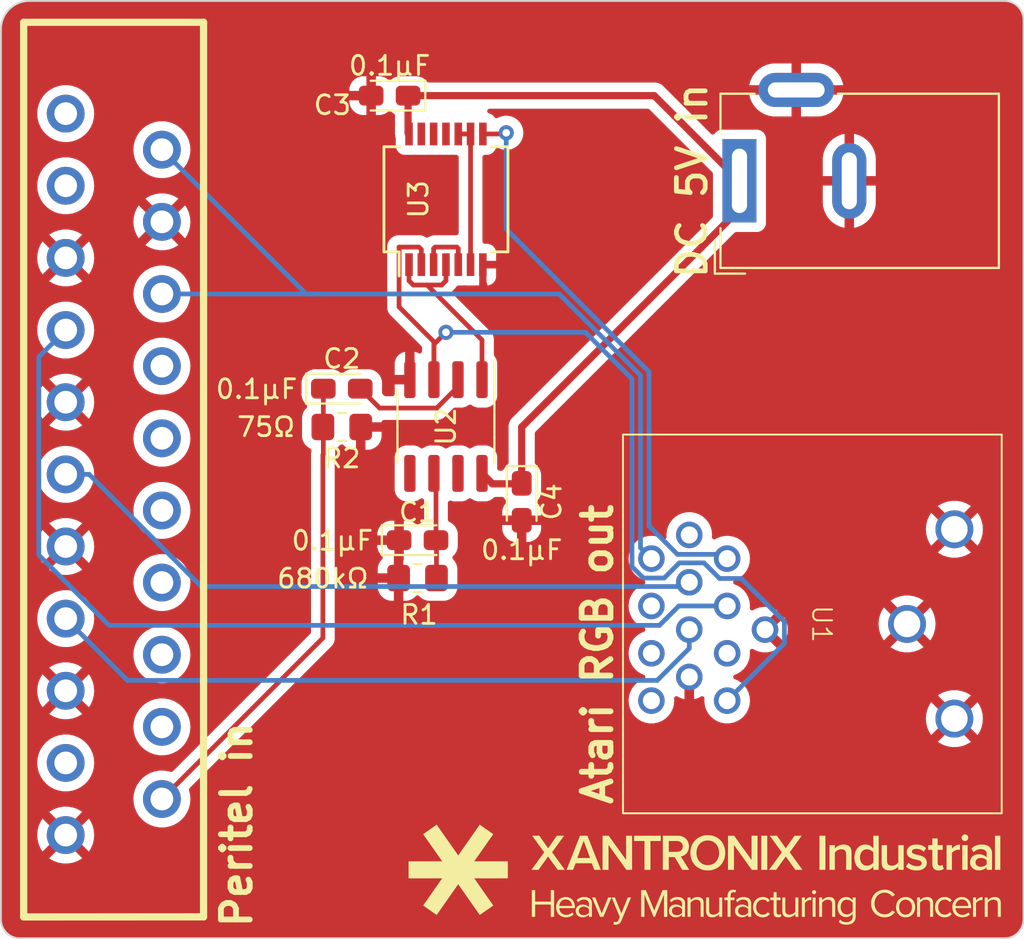
<source format=kicad_pcb>
(kicad_pcb (version 20221018) (generator pcbnew)

  (general
    (thickness 1.6)
  )

  (paper "A4")
  (layers
    (0 "F.Cu" signal)
    (31 "B.Cu" signal)
    (32 "B.Adhes" user "B.Adhesive")
    (33 "F.Adhes" user "F.Adhesive")
    (34 "B.Paste" user)
    (35 "F.Paste" user)
    (36 "B.SilkS" user "B.Silkscreen")
    (37 "F.SilkS" user "F.Silkscreen")
    (38 "B.Mask" user)
    (39 "F.Mask" user)
    (40 "Dwgs.User" user "User.Drawings")
    (41 "Cmts.User" user "User.Comments")
    (42 "Eco1.User" user "User.Eco1")
    (43 "Eco2.User" user "User.Eco2")
    (44 "Edge.Cuts" user)
    (45 "Margin" user)
    (46 "B.CrtYd" user "B.Courtyard")
    (47 "F.CrtYd" user "F.Courtyard")
    (48 "B.Fab" user)
    (49 "F.Fab" user)
    (50 "User.1" user)
    (51 "User.2" user)
    (52 "User.3" user)
    (53 "User.4" user)
    (54 "User.5" user)
    (55 "User.6" user)
    (56 "User.7" user)
    (57 "User.8" user)
    (58 "User.9" user)
  )

  (setup
    (pad_to_mask_clearance 0)
    (pcbplotparams
      (layerselection 0x00010fc_ffffffff)
      (plot_on_all_layers_selection 0x0000000_00000000)
      (disableapertmacros false)
      (usegerberextensions false)
      (usegerberattributes true)
      (usegerberadvancedattributes true)
      (creategerberjobfile true)
      (dashed_line_dash_ratio 12.000000)
      (dashed_line_gap_ratio 3.000000)
      (svgprecision 4)
      (plotframeref false)
      (viasonmask false)
      (mode 1)
      (useauxorigin false)
      (hpglpennumber 1)
      (hpglpenspeed 20)
      (hpglpendiameter 15.000000)
      (dxfpolygonmode true)
      (dxfimperialunits true)
      (dxfusepcbnewfont true)
      (psnegative false)
      (psa4output false)
      (plotreference true)
      (plotvalue true)
      (plotinvisibletext false)
      (sketchpadsonfab false)
      (subtractmaskfromsilk false)
      (outputformat 1)
      (mirror false)
      (drillshape 1)
      (scaleselection 1)
      (outputdirectory "")
    )
  )

  (net 0 "")
  (net 1 "GND")
  (net 2 "Net-(U2-INT)")
  (net 3 "CVBS")
  (net 4 "Net-(U2-VIDEO)")
  (net 5 "unconnected-(J1-P1-Pad1)")
  (net 6 "AUDIO_L")
  (net 7 "unconnected-(J1-P3-Pad3)")
  (net 8 "VIDEO_B")
  (net 9 "unconnected-(J1-P8-Pad8)")
  (net 10 "unconnected-(J1-P10-Pad10)")
  (net 11 "VIDEO_G")
  (net 12 "unconnected-(J1-P12-Pad12)")
  (net 13 "unconnected-(J1-P14-Pad14)")
  (net 14 "VIDEO_R")
  (net 15 "unconnected-(J1-P16-Pad16)")
  (net 16 "unconnected-(J1-P18-Pad18)")
  (net 17 "unconnected-(J1-P19-Pad19)")
  (net 18 "unconnected-(U1-Pad2)")
  (net 19 "unconnected-(U1-Pad3)")
  (net 20 "unconnected-(U1-Pad4)")
  (net 21 "HSYNC")
  (net 22 "unconnected-(U1-Pad11)")
  (net 23 "VSYNC")
  (net 24 "Net-(U2-CSYNC)")
  (net 25 "unconnected-(U2-BURST-Pad5)")
  (net 26 "+5V")
  (net 27 "Net-(U3-Pad3)")
  (net 28 "Net-(U3-Pad10)")
  (net 29 "unconnected-(U2-O{slash}E-Pad7)")
  (net 30 "unconnected-(U1-+15V-Pad5)")

  (footprint "Package_SO:SSOP-14_5.3x6.2mm_P0.65mm" (layer "F.Cu") (at 141 71.475 90))

  (footprint "Capacitor_Tantalum_SMD:CP_EIA-2012-15_AVX-P_Pad1.30x1.05mm_HandSolder" (layer "F.Cu") (at 138.025 66 180))

  (footprint "Capacitor_Tantalum_SMD:CP_EIA-2012-15_AVX-P_Pad1.30x1.05mm_HandSolder" (layer "F.Cu") (at 135.5 81.475))

  (footprint "Connector_BarrelJack:BarrelJack_Wuerth_6941xx301002" (layer "F.Cu") (at 156.5 70.5 90))

  (footprint "Capacitor_Tantalum_SMD:CP_EIA-2012-15_AVX-P_Pad1.30x1.05mm_HandSolder" (layer "F.Cu") (at 145 87.45 -90))

  (footprint "Capacitor_Tantalum_SMD:CP_EIA-2012-15_AVX-P_Pad1.30x1.05mm_HandSolder" (layer "F.Cu") (at 139.5 89.475))

  (footprint "Resistor_SMD:R_0805_2012Metric_Pad1.20x1.40mm_HandSolder" (layer "F.Cu") (at 135.5 83.5 180))

  (footprint "Resistor_SMD:R_0805_2012Metric_Pad1.20x1.40mm_HandSolder" (layer "F.Cu") (at 139.5 91.475))

  (footprint "sc1224-scart:SCART" (layer "F.Cu") (at 128.19964 86 90))

  (footprint "Package_SO:SOIC-8_3.9x4.9mm_P1.27mm" (layer "F.Cu") (at 141 83.475 -90))

  (footprint "sc1224-scart:DIN-13" (layer "F.Cu") (at 170.35 93.9 -90))

  (gr_poly
    (pts
      (xy 146.71168 109.367282)
      (xy 146.535996 109.367282)
      (xy 146.535996 108.719583)
      (xy 145.710496 108.719583)
      (xy 145.710496 109.367282)
      (xy 145.534812 109.367282)
      (xy 145.534812 107.955466)
      (xy 145.710496 107.955466)
      (xy 145.710496 108.562949)
      (xy 146.535996 108.562949)
      (xy 146.535996 107.955466)
      (xy 146.71168 107.955466)
    )

    (stroke (width 0) (type solid)) (fill solid) (layer "F.SilkS") (tstamp 04c21770-3c30-43ca-9e53-dd94507d64c1))
  (gr_poly
    (pts
      (xy 160.445912 107.959834)
      (xy 160.451367 107.960236)
      (xy 160.456747 107.960899)
      (xy 160.462043 107.961815)
      (xy 160.467249 107.96298)
      (xy 160.472358 107.964387)
      (xy 160.477364 107.966029)
      (xy 160.482259 107.967901)
      (xy 160.487035 107.969996)
      (xy 160.491687 107.972308)
      (xy 160.496208 107.974831)
      (xy 160.500589 107.977558)
      (xy 160.504825 107.980484)
      (xy 160.508908 107.983602)
      (xy 160.512831 107.986906)
      (xy 160.516588 107.99039)
      (xy 160.520171 107.994048)
      (xy 160.523574 107.997873)
      (xy 160.526789 108.00186)
      (xy 160.529809 108.006001)
      (xy 160.532628 108.010291)
      (xy 160.535238 108.014724)
      (xy 160.537633 108.019293)
      (xy 160.539805 108.023993)
      (xy 160.541748 108.028816)
      (xy 160.543455 108.033757)
      (xy 160.544918 108.03881)
      (xy 160.546131 108.043969)
      (xy 160.547086 108.049226)
      (xy 160.547777 108.054577)
      (xy 160.548197 108.060014)
      (xy 160.548338 108.065532)
      (xy 160.548197 108.071056)
      (xy 160.547777 108.076511)
      (xy 160.547086 108.081891)
      (xy 160.546131 108.087187)
      (xy 160.544918 108.092393)
      (xy 160.543455 108.097502)
      (xy 160.541748 108.102508)
      (xy 160.539805 108.107403)
      (xy 160.537633 108.112179)
      (xy 160.535238 108.116831)
      (xy 160.532628 108.121352)
      (xy 160.529809 108.125733)
      (xy 160.526789 108.129969)
      (xy 160.523574 108.134052)
      (xy 160.520171 108.137976)
      (xy 160.516588 108.141732)
      (xy 160.512831 108.145315)
      (xy 160.508908 108.148718)
      (xy 160.504825 108.151933)
      (xy 160.500589 108.154953)
      (xy 160.496208 108.157772)
      (xy 160.491687 108.160382)
      (xy 160.487035 108.162777)
      (xy 160.482259 108.16495)
      (xy 160.477364 108.166892)
      (xy 160.472358 108.168599)
      (xy 160.467249 108.170062)
      (xy 160.462043 108.171275)
      (xy 160.456747 108.17223)
      (xy 160.451367 108.172921)
      (xy 160.445912 108.173341)
      (xy 160.440388 108.173482)
      (xy 160.435057 108.173341)
      (xy 160.429782 108.172921)
      (xy 160.424571 108.17223)
      (xy 160.419432 108.171275)
      (xy 160.414373 108.170062)
      (xy 160.409399 108.168599)
      (xy 160.40452 108.166892)
      (xy 160.399742 108.16495)
      (xy 160.395072 108.162777)
      (xy 160.390518 108.160382)
      (xy 160.386087 108.157772)
      (xy 160.381787 108.154953)
      (xy 160.377625 108.151933)
      (xy 160.373608 108.148718)
      (xy 160.369744 108.145315)
      (xy 160.36604 108.141732)
      (xy 160.362504 108.137976)
      (xy 160.359142 108.134052)
      (xy 160.355962 108.129969)
      (xy 160.352972 108.125733)
      (xy 160.350179 108.121352)
      (xy 160.34759 108.116831)
      (xy 160.345213 108.112179)
      (xy 160.343055 108.107403)
      (xy 160.341123 108.102508)
      (xy 160.339424 108.097502)
      (xy 160.337967 108.092393)
      (xy 160.336758 108.087187)
      (xy 160.335805 108.081891)
      (xy 160.335116 108.076511)
      (xy 160.334696 108.071056)
      (xy 160.334555 108.065532)
      (xy 160.334696 108.060014)
      (xy 160.335116 108.054577)
      (xy 160.335805 108.049226)
      (xy 160.336758 108.043969)
      (xy 160.337967 108.03881)
      (xy 160.339424 108.033757)
      (xy 160.341123 108.028816)
      (xy 160.343055 108.023993)
      (xy 160.345213 108.019293)
      (xy 160.34759 108.014724)
      (xy 160.350179 108.010291)
      (xy 160.352972 108.006001)
      (xy 160.355962 108.00186)
      (xy 160.359142 107.997873)
      (xy 160.362504 107.994048)
      (xy 160.36604 107.99039)
      (xy 160.369744 107.986906)
      (xy 160.373608 107.983602)
      (xy 160.377625 107.980484)
      (xy 160.381787 107.977558)
      (xy 160.386087 107.974831)
      (xy 160.390518 107.972308)
      (xy 160.395072 107.969996)
      (xy 160.399742 107.967901)
      (xy 160.40452 107.966029)
      (xy 160.409399 107.964387)
      (xy 160.414373 107.96298)
      (xy 160.419432 107.961815)
      (xy 160.424571 107.960899)
      (xy 160.429782 107.960236)
      (xy 160.435057 107.959834)
      (xy 160.440388 107.959699)
    )

    (stroke (width 0) (type solid)) (fill solid) (layer "F.SilkS") (tstamp 097a4810-8236-4cc9-8d97-17989aed30d9))
  (gr_poly
    (pts
      (xy 150.514059 106.360875)
      (xy 150.514059 105.084366)
      (xy 150.829812 105.084366)
      (xy 150.829812 106.884433)
      (xy 150.524853 106.884433)
      (xy 149.585689 105.57284)
      (xy 149.585689 106.884433)
      (xy 149.269935 106.884433)
      (xy 149.269935 105.084366)
      (xy 149.593785 105.084366)
    )

    (stroke (width 0) (type solid)) (fill solid) (layer "F.SilkS") (tstamp 1b792017-f113-4190-ad02-d3b7f14eddcb))
  (gr_poly
    (pts
      (xy 148.351903 108.320686)
      (xy 148.390874 108.3242)
      (xy 148.428579 108.33015)
      (xy 148.446891 108.334064)
      (xy 148.464808 108.338615)
      (xy 148.482303 108.343815)
      (xy 148.499351 108.349673)
      (xy 148.515924 108.356197)
      (xy 148.531996 108.363399)
      (xy 148.547541 108.371288)
      (xy 148.562532 108.379873)
      (xy 148.576944 108.389165)
      (xy 148.59075 108.399172)
      (xy 148.603923 108.409905)
      (xy 148.616437 108.421373)
      (xy 148.628266 108.433585)
      (xy 148.639384 108.446553)
      (xy 148.649763 108.460285)
      (xy 148.659378 108.47479)
      (xy 148.668203 108.49008)
      (xy 148.67621 108.506163)
      (xy 148.683374 108.523049)
      (xy 148.689669 108.540747)
      (xy 148.695067 108.559268)
      (xy 148.699543 108.578621)
      (xy 148.70307 108.598816)
      (xy 148.705622 108.619863)
      (xy 148.707173 108.64177)
      (xy 148.707696 108.664549)
      (xy 148.707696 109.367282)
      (xy 148.548945 109.367282)
      (xy 148.548945 109.250866)
      (xy 148.532701 109.267806)
      (xy 148.515728 109.283699)
      (xy 148.498042 109.298537)
      (xy 148.479658 109.312315)
      (xy 148.460592 109.325027)
      (xy 148.440859 109.336665)
      (xy 148.420476 109.347225)
      (xy 148.399456 109.356699)
      (xy 148.377817 109.365082)
      (xy 148.355573 109.372368)
      (xy 148.332739 109.378549)
      (xy 148.309333 109.383621)
      (xy 148.285368 109.387576)
      (xy 148.26086 109.390409)
      (xy 148.235825 109.392113)
      (xy 148.210279 109.392683)
      (xy 148.193982 109.392342)
      (xy 148.177659 109.391321)
      (xy 148.145076 109.387246)
      (xy 148.128887 109.384196)
      (xy 148.112815 109.380474)
      (xy 148.096895 109.376081)
      (xy 148.081162 109.37102)
      (xy 148.065653 109.365292)
      (xy 148.050403 109.358899)
      (xy 148.035447 109.351844)
      (xy 148.020821 109.344127)
      (xy 148.006561 109.335752)
      (xy 147.992703 109.32672)
      (xy 147.979282 109.317033)
      (xy 147.966333 109.306693)
      (xy 147.953894 109.295702)
      (xy 147.941998 109.284061)
      (xy 147.930682 109.271773)
      (xy 147.919982 109.258841)
      (xy 147.909932 109.245264)
      (xy 147.90057 109.231046)
      (xy 147.89193 109.216189)
      (xy 147.884048 109.200694)
      (xy 147.87696 109.184564)
      (xy 147.870701 109.1678)
      (xy 147.865307 109.150404)
      (xy 147.860814 109.132378)
      (xy 147.857258 109.113724)
      (xy 147.854673 109.094445)
      (xy 147.853096 109.074542)
      (xy 147.852618 109.056132)
      (xy 148.015545 109.056132)
      (xy 148.015848 109.06813)
      (xy 148.016746 109.079906)
      (xy 148.018231 109.09145)
      (xy 148.020291 109.102753)
      (xy 148.022916 109.113802)
      (xy 148.026094 109.124588)
      (xy 148.029814 109.135101)
      (xy 148.034066 109.14533)
      (xy 148.038839 109.155264)
      (xy 148.044122 109.164893)
      (xy 148.049905 109.174206)
      (xy 148.056175 109.183194)
      (xy 148.062924 109.191845)
      (xy 148.070138 109.20015)
      (xy 148.077809 109.208097)
      (xy 148.085924 109.215676)
      (xy 148.094474 109.222877)
      (xy 148.103447 109.229689)
      (xy 148.112832 109.236102)
      (xy 148.122619 109.242105)
      (xy 148.132796 109.247688)
      (xy 148.143353 109.252841)
      (xy 148.15428 109.257552)
      (xy 148.165564 109.261812)
      (xy 148.177195 109.26561)
      (xy 148.189163 109.268936)
      (xy 148.201457 109.271779)
      (xy 148.214065 109.274128)
      (xy 148.226977 109.275973)
      (xy 148.240183 109.277305)
      (xy 148.25367 109.278111)
      (xy 148.267428 109.278382)
      (xy 148.288403 109.277886)
      (xy 148.309216 109.276398)
      (xy 148.329806 109.273917)
      (xy 148.350111 109.270444)
      (xy 148.370068 109.26598)
      (xy 148.389617 109.260523)
      (xy 148.408694 109.254073)
      (xy 148.427237 109.246632)
      (xy 148.445185 109.238198)
      (xy 148.462476 109.228773)
      (xy 148.479048 109.218355)
      (xy 148.494838 109.206944)
      (xy 148.509785 109.194542)
      (xy 148.516923 109.187969)
      (xy 148.523826 109.181148)
      (xy 148.530488 109.174078)
      (xy 148.536901 109.166761)
      (xy 148.543056 109.159195)
      (xy 148.548945 109.151382)
      (xy 148.548945 108.958766)
      (xy 148.536901 108.943387)
      (xy 148.523826 108.929)
      (xy 148.509785 108.915606)
      (xy 148.494838 108.903203)
      (xy 148.479047 108.891793)
      (xy 148.462476 108.881375)
      (xy 148.445185 108.871949)
      (xy 148.427236 108.863516)
      (xy 148.408693 108.856074)
      (xy 148.389616 108.849625)
      (xy 148.370068 108.844168)
      (xy 148.35011 108.839703)
      (xy 148.329806 108.836231)
      (xy 148.309216 108.83375)
      (xy 148.288403 108.832262)
      (xy 148.267428 108.831766)
      (xy 148.25367 108.832037)
      (xy 148.240183 108.832844)
      (xy 148.226978 108.834176)
      (xy 148.214066 108.836024)
      (xy 148.201457 108.838377)
      (xy 148.189164 108.841226)
      (xy 148.177196 108.844559)
      (xy 148.165564 108.848368)
      (xy 148.15428 108.852642)
      (xy 148.143354 108.857371)
      (xy 148.132797 108.862545)
      (xy 148.122619 108.868154)
      (xy 148.112832 108.874188)
      (xy 148.103447 108.880636)
      (xy 148.094474 108.887489)
      (xy 148.085925 108.894736)
      (xy 148.077809 108.902368)
      (xy 148.070139 108.910375)
      (xy 148.062924 108.918745)
      (xy 148.056176 108.92747)
      (xy 148.049905 108.936539)
      (xy 148.044123 108.945943)
      (xy 148.038839 108.95567)
      (xy 148.034066 108.965711)
      (xy 148.029814 108.976056)
      (xy 148.026094 108.986695)
      (xy 148.022916 108.997617)
      (xy 148.020291 109.008813)
      (xy 148.018231 109.020273)
      (xy 148.016746 109.031986)
      (xy 148.015848 109.043943)
      (xy 148.015545 109.056132)
      (xy 147.852618 109.056132)
      (xy 147.852563 109.054016)
      (xy 147.853096 109.032938)
      (xy 147.854673 109.012564)
      (xy 147.857258 108.992893)
      (xy 147.860814 108.973922)
      (xy 147.865307 108.955648)
      (xy 147.870701 108.93807)
      (xy 147.87696 108.921184)
      (xy 147.884048 108.904989)
      (xy 147.89193 108.889483)
      (xy 147.90057 108.874663)
      (xy 147.909932 108.860526)
      (xy 147.919982 108.84707)
      (xy 147.930682 108.834294)
      (xy 147.941998 108.822194)
      (xy 147.953894 108.810769)
      (xy 147.966333 108.800016)
      (xy 147.979282 108.789932)
      (xy 147.992703 108.780516)
      (xy 148.006561 108.771765)
      (xy 148.020821 108.763677)
      (xy 148.035447 108.756249)
      (xy 148.050403 108.749479)
      (xy 148.081162 108.737905)
      (xy 148.112815 108.728935)
      (xy 148.145076 108.722551)
      (xy 148.177659 108.718734)
      (xy 148.210279 108.717466)
      (xy 148.236197 108.717988)
      (xy 148.261554 108.719562)
      (xy 148.286335 108.722196)
      (xy 148.310523 108.725899)
      (xy 148.334103 108.730682)
      (xy 148.357061 108.736553)
      (xy 148.379379 108.743522)
      (xy 148.401044 108.751597)
      (xy 148.422038 108.760789)
      (xy 148.442347 108.771106)
      (xy 148.461956 108.782558)
      (xy 148.480848 108.795154)
      (xy 148.499009 108.808904)
      (xy 148.516422 108.823816)
      (xy 148.533073 108.8399)
      (xy 148.548945 108.857166)
      (xy 148.548945 108.673016)
      (xy 148.548625 108.660292)
      (xy 148.547673 108.647918)
      (xy 148.546103 108.635899)
      (xy 148.543927 108.624237)
      (xy 148.541158 108.612937)
      (xy 148.537811 108.602001)
      (xy 148.533898 108.591434)
      (xy 148.529432 108.581238)
      (xy 148.524427 108.571418)
      (xy 148.518896 108.561976)
      (xy 148.512851 108.552916)
      (xy 148.506306 108.544242)
      (xy 148.499275 108.535957)
      (xy 148.491769 108.528065)
      (xy 148.483804 108.520569)
      (xy 148.475391 108.513472)
      (xy 148.466544 108.506778)
      (xy 148.457276 108.500491)
      (xy 148.447601 108.494614)
      (xy 148.437531 108.489151)
      (xy 148.427079 108.484104)
      (xy 148.41626 108.479478)
      (xy 148.405085 108.475277)
      (xy 148.393569 108.471502)
      (xy 148.369563 108.46525)
      (xy 148.344348 108.460749)
      (xy 148.318029 108.458029)
      (xy 148.290712 108.457115)
      (xy 148.267962 108.457638)
      (xy 148.245737 108.459216)
      (xy 148.224014 108.461859)
      (xy 148.202771 108.465582)
      (xy 148.181987 108.470396)
      (xy 148.161641 108.476314)
      (xy 148.14171 108.483349)
      (xy 148.122173 108.491511)
      (xy 148.103007 108.500815)
      (xy 148.084192 108.511273)
      (xy 148.065706 108.522896)
      (xy 148.047527 108.535697)
      (xy 148.029633 108.549689)
      (xy 148.012002 108.564884)
      (xy 147.994614 108.581294)
      (xy 147.977445 108.598932)
      (xy 147.903362 108.488866)
      (xy 147.924251 108.468128)
      (xy 147.945658 108.448773)
      (xy 147.967605 108.430795)
      (xy 147.990113 108.414187)
      (xy 148.013203 108.398944)
      (xy 148.036898 108.385058)
      (xy 148.06122 108.372524)
      (xy 148.086189 108.361337)
      (xy 148.111829 108.351488)
      (xy 148.138159 108.342973)
      (xy 148.165203 108.335785)
      (xy 148.192982 108.329917)
      (xy 148.221517 108.325365)
      (xy 148.25083 108.32212)
      (xy 148.280944 108.320178)
      (xy 148.311879 108.319532)
    )

    (stroke (width 0) (type solid)) (fill solid) (layer "F.SilkS") (tstamp 1d537a32-c095-4159-b96b-97cc55e53437))
  (gr_poly
    (pts
      (xy 157.745117 108.319753)
      (xy 157.761919 108.320412)
      (xy 157.778291 108.321499)
      (xy 157.794241 108.323004)
      (xy 157.809777 108.324919)
      (xy 157.824907 108.327233)
      (xy 157.839639 108.329939)
      (xy 157.853982 108.333025)
      (xy 157.867944 108.336484)
      (xy 157.881533 108.340305)
      (xy 157.894756 108.34448)
      (xy 157.907622 108.349)
      (xy 157.92014 108.353853)
      (xy 157.932317 108.359033)
      (xy 157.944161 108.364529)
      (xy 157.955681 108.370332)
      (xy 157.966885 108.376432)
      (xy 157.977781 108.382821)
      (xy 157.988376 108.389489)
      (xy 157.99868 108.396426)
      (xy 158.018445 108.411073)
      (xy 158.03714 108.426688)
      (xy 158.05483 108.443195)
      (xy 158.071581 108.460521)
      (xy 158.087458 108.478592)
      (xy 158.102525 108.497332)
      (xy 157.996692 108.594698)
      (xy 157.983768 108.577853)
      (xy 157.970399 108.562229)
      (xy 157.956582 108.547808)
      (xy 157.94232 108.534572)
      (xy 157.92761 108.522501)
      (xy 157.912455 108.511578)
      (xy 157.896853 108.501783)
      (xy 157.880804 108.493098)
      (xy 157.864309 108.485505)
      (xy 157.847367 108.478984)
      (xy 157.829979 108.473518)
      (xy 157.812145 108.469087)
      (xy 157.793864 108.465674)
      (xy 157.775136 108.463258)
      (xy 157.755962 108.461823)
      (xy 157.736342 108.461348)
      (xy 157.716146 108.461835)
      (xy 157.696444 108.463281)
      (xy 157.677244 108.465668)
      (xy 157.658558 108.468976)
      (xy 157.640394 108.473184)
      (xy 157.622762 108.478273)
      (xy 157.605672 108.484223)
      (xy 157.589134 108.491015)
      (xy 157.573156 108.498628)
      (xy 157.55775 108.507043)
      (xy 157.542924 108.51624)
      (xy 157.528689 108.5262)
      (xy 157.515053 108.536902)
      (xy 157.502027 108.548327)
      (xy 157.489621 108.560456)
      (xy 157.477843 108.573267)
      (xy 157.466705 108.586742)
      (xy 157.456214 108.600861)
      (xy 157.446382 108.615603)
      (xy 157.437217 108.63095)
      (xy 157.42873 108.646882)
      (xy 157.420931 108.663378)
      (xy 157.413828 108.680419)
      (xy 157.407431 108.697985)
      (xy 157.401751 108.716057)
      (xy 157.396797 108.734614)
      (xy 157.392578 108.753637)
      (xy 157.389105 108.773106)
      (xy 157.386386 108.793002)
      (xy 157.384433 108.813304)
      (xy 157.383253 108.833992)
      (xy 157.382858 108.855048)
      (xy 157.383253 108.87611)
      (xy 157.384433 108.896817)
      (xy 157.386386 108.917148)
      (xy 157.389105 108.937082)
      (xy 157.392578 108.956599)
      (xy 157.396797 108.975678)
      (xy 157.401751 108.9943)
      (xy 157.407431 109.012443)
      (xy 157.413828 109.030086)
      (xy 157.420931 109.04721)
      (xy 157.42873 109.063794)
      (xy 157.437217 109.079816)
      (xy 157.446382 109.095258)
      (xy 157.456214 109.110097)
      (xy 157.466705 109.124314)
      (xy 157.477843 109.137888)
      (xy 157.489621 109.150799)
      (xy 157.502027 109.163025)
      (xy 157.515053 109.174547)
      (xy 157.528689 109.185344)
      (xy 157.542924 109.195395)
      (xy 157.55775 109.204679)
      (xy 157.573156 109.213177)
      (xy 157.589134 109.220868)
      (xy 157.605672 109.227731)
      (xy 157.622762 109.233745)
      (xy 157.640394 109.238891)
      (xy 157.658558 109.243147)
      (xy 157.677244 109.246493)
      (xy 157.696444 109.248908)
      (xy 157.716146 109.250372)
      (xy 157.736342 109.250865)
      (xy 157.755962 109.250367)
      (xy 157.775136 109.248868)
      (xy 157.793864 109.246358)
      (xy 157.812145 109.242828)
      (xy 157.829979 109.238269)
      (xy 157.847367 109.232671)
      (xy 157.864309 109.226025)
      (xy 157.880804 109.218322)
      (xy 157.896853 109.209552)
      (xy 157.912455 109.199706)
      (xy 157.92761 109.188775)
      (xy 157.94232 109.176749)
      (xy 157.956582 109.16362)
      (xy 157.970399 109.149377)
      (xy 157.983768 109.134012)
      (xy 157.996692 109.117515)
      (xy 158.102525 109.214882)
      (xy 158.087458 109.233622)
      (xy 158.071582 109.251692)
      (xy 158.054831 109.269018)
      (xy 158.03714 109.285525)
      (xy 158.018445 109.30114)
      (xy 157.998681 109.315787)
      (xy 157.977781 109.329393)
      (xy 157.955682 109.341882)
      (xy 157.932317 109.35318)
      (xy 157.907623 109.363214)
      (xy 157.881533 109.371908)
      (xy 157.853983 109.379188)
      (xy 157.824907 109.38498)
      (xy 157.794241 109.389209)
      (xy 157.761919 109.391801)
      (xy 157.727876 109.392682)
      (xy 157.699596 109.392005)
      (xy 157.671918 109.389993)
      (xy 157.644861 109.386675)
      (xy 157.618446 109.382082)
      (xy 157.592691 109.376242)
      (xy 157.567616 109.369186)
      (xy 157.54324 109.360941)
      (xy 157.519582 109.351539)
      (xy 157.496663 109.341008)
      (xy 157.474501 109.329378)
      (xy 157.453115 109.316678)
      (xy 157.432526 109.302938)
      (xy 157.412752 109.288188)
      (xy 157.393813 109.272456)
      (xy 157.375728 109.255772)
      (xy 157.358517 109.238165)
      (xy 157.342199 109.219666)
      (xy 157.326793 109.200303)
      (xy 157.312318 109.180106)
      (xy 157.298795 109.159104)
      (xy 157.286243 109.137328)
      (xy 157.27468 109.114805)
      (xy 157.264126 109.091567)
      (xy 157.254601 109.067641)
      (xy 157.246124 109.043059)
      (xy 157.238715 109.017848)
      (xy 157.232392 108.992039)
      (xy 157.227176 108.965661)
      (xy 157.223084 108.938744)
      (xy 157.220138 108.911316)
      (xy 157.218356 108.883408)
      (xy 157.217758 108.855049)
      (xy 157.217758 108.855048)
      (xy 157.218356 108.826881)
      (xy 157.220138 108.799154)
      (xy 157.223084 108.771895)
      (xy 157.227176 108.745135)
      (xy 157.232392 108.718903)
      (xy 157.238715 108.69323)
      (xy 157.246124 108.668146)
      (xy 157.254601 108.643679)
      (xy 157.264126 108.619861)
      (xy 157.27468 108.59672)
      (xy 157.286243 108.574288)
      (xy 157.298795 108.552592)
      (xy 157.312318 108.531664)
      (xy 157.326793 108.511534)
      (xy 157.342199 108.49223)
      (xy 157.358517 108.473784)
      (xy 157.375728 108.456224)
      (xy 157.393813 108.439581)
      (xy 157.412752 108.423884)
      (xy 157.432526 108.409163)
      (xy 157.453115 108.395449)
      (xy 157.474501 108.382771)
      (xy 157.496663 108.371158)
      (xy 157.519582 108.360641)
      (xy 157.54324 108.35125)
      (xy 157.567616 108.343014)
      (xy 157.592691 108.335963)
      (xy 157.618446 108.330127)
      (xy 157.644861 108.325536)
      (xy 157.671918 108.32222)
      (xy 157.699596 108.320209)
      (xy 157.727876 108.319532)
    )

    (stroke (width 0) (type solid)) (fill solid) (layer "F.SilkS") (tstamp 25a100fb-619a-4bdb-83b4-e6a78ec40c77))
  (gr_poly
    (pts
      (xy 164.193722 107.932534)
      (xy 164.217012 107.933577)
      (xy 164.239826 107.935296)
      (xy 164.262168 107.937677)
      (xy 164.284042 107.940705)
      (xy 164.305452 107.944364)
      (xy 164.326401 107.948639)
      (xy 164.346893 107.953515)
      (xy 164.366933 107.958977)
      (xy 164.386524 107.96501)
      (xy 164.40567 107.971599)
      (xy 164.424375 107.978729)
      (xy 164.442643 107.986384)
      (xy 164.460477 107.99455)
      (xy 164.477882 108.003211)
      (xy 164.494862 108.012352)
      (xy 164.51142 108.021958)
      (xy 164.52756 108.032014)
      (xy 164.543286 108.042505)
      (xy 164.558601 108.053416)
      (xy 164.588019 108.076436)
      (xy 164.615842 108.100954)
      (xy 164.642103 108.126848)
      (xy 164.666832 108.153999)
      (xy 164.690061 108.182284)
      (xy 164.711819 108.211583)
      (xy 164.563653 108.294133)
      (xy 164.547814 108.272293)
      (xy 164.530502 108.251278)
      (xy 164.511783 108.231169)
      (xy 164.49172 108.212046)
      (xy 164.470381 108.193989)
      (xy 164.447828 108.177079)
      (xy 164.424129 108.161398)
      (xy 164.399348 108.147024)
      (xy 164.373549 108.13404)
      (xy 164.346799 108.122526)
      (xy 164.319161 108.112561)
      (xy 164.290702 108.104228)
      (xy 164.261487 108.097606)
      (xy 164.23158 108.092776)
      (xy 164.201047 108.08982)
      (xy 164.169952 108.088816)
      (xy 164.141779 108.089506)
      (xy 164.114034 108.091561)
      (xy 164.086746 108.094953)
      (xy 164.059948 108.09966)
      (xy 164.033669 108.105654)
      (xy 164.007939 108.112912)
      (xy 163.982791 108.121408)
      (xy 163.958253 108.131116)
      (xy 163.934357 108.142012)
      (xy 163.911134 108.15407)
      (xy 163.888614 108.167266)
      (xy 163.866828 108.181573)
      (xy 163.845805 108.196967)
      (xy 163.825578 108.213423)
      (xy 163.806176 108.230915)
      (xy 163.787631 108.249418)
      (xy 163.769972 108.268907)
      (xy 163.75323 108.289357)
      (xy 163.737437 108.310743)
      (xy 163.722622 108.333039)
      (xy 163.708816 108.35622)
      (xy 163.696051 108.380261)
      (xy 163.684355 108.405137)
      (xy 163.673761 108.430823)
      (xy 163.664299 108.457293)
      (xy 163.655998 108.484522)
      (xy 163.648891 108.512486)
      (xy 163.643008 108.541158)
      (xy 163.638378 108.570514)
      (xy 163.635033 108.600529)
      (xy 163.633004 108.631176)
      (xy 163.632321 108.662432)
      (xy 163.633004 108.693502)
      (xy 163.635033 108.723987)
      (xy 163.638378 108.753862)
      (xy 163.643008 108.783099)
      (xy 163.648891 108.811673)
      (xy 163.655998 108.839556)
      (xy 163.664299 108.866724)
      (xy 163.673761 108.893149)
      (xy 163.684355 108.918805)
      (xy 163.696051 108.943666)
      (xy 163.708816 108.967705)
      (xy 163.722622 108.990896)
      (xy 163.737437 109.013213)
      (xy 163.75323 109.034629)
      (xy 163.769972 109.055118)
      (xy 163.787631 109.074653)
      (xy 163.806176 109.093209)
      (xy 163.825578 109.110759)
      (xy 163.845805 109.127276)
      (xy 163.866828 109.142734)
      (xy 163.888614 109.157107)
      (xy 163.911134 109.170368)
      (xy 163.934357 109.182492)
      (xy 163.958253 109.193451)
      (xy 163.982791 109.20322)
      (xy 164.007939 109.211772)
      (xy 164.033669 109.21908)
      (xy 164.059948 109.225119)
      (xy 164.086746 109.229861)
      (xy 164.114034 109.233281)
      (xy 164.141779 109.235353)
      (xy 164.169952 109.236049)
      (xy 164.185566 109.235803)
      (xy 164.201047 109.235069)
      (xy 164.216388 109.233857)
      (xy 164.23158 109.232175)
      (xy 164.246616 109.230034)
      (xy 164.261487 109.22744)
      (xy 164.276185 109.224404)
      (xy 164.290702 109.220935)
      (xy 164.30503 109.21704)
      (xy 164.319161 109.21273)
      (xy 164.346799 109.202898)
      (xy 164.373549 109.191509)
      (xy 164.399348 109.178635)
      (xy 164.424129 109.164347)
      (xy 164.447828 109.148716)
      (xy 164.470381 109.131814)
      (xy 164.49172 109.113712)
      (xy 164.511783 109.094482)
      (xy 164.530502 109.074194)
      (xy 164.547814 109.052921)
      (xy 164.563653 109.030733)
      (xy 164.713937 109.113282)
      (xy 164.691108 109.14293)
      (xy 164.667036 109.171474)
      (xy 164.641667 109.198803)
      (xy 164.61495 109.224804)
      (xy 164.586831 109.249367)
      (xy 164.557258 109.27238)
      (xy 164.526179 109.29373)
      (xy 164.493539 109.313307)
      (xy 164.459288 109.330999)
      (xy 164.423371 109.346694)
      (xy 164.385736 109.360281)
      (xy 164.346331 109.371648)
      (xy 164.305103 109.380683)
      (xy 164.261999 109.387275)
      (xy 164.216966 109.391312)
      (xy 164.169952 109.392682)
      (xy 164.169952 109.392683)
      (xy 164.132691 109.39182)
      (xy 164.095944 109.389249)
      (xy 164.059756 109.385)
      (xy 164.024171 109.379102)
      (xy 163.989233 109.371584)
      (xy 163.954984 109.362475)
      (xy 163.92147 109.351805)
      (xy 163.888734 109.339601)
      (xy 163.856819 109.325893)
      (xy 163.82577 109.310711)
      (xy 163.79563 109.294083)
      (xy 163.766443 109.276039)
      (xy 163.738253 109.256607)
      (xy 163.711103 109.235817)
      (xy 163.685038 109.213697)
      (xy 163.660101 109.190277)
      (xy 163.636336 109.165585)
      (xy 163.613787 109.139652)
      (xy 163.592498 109.112505)
      (xy 163.572512 109.084175)
      (xy 163.553873 109.054689)
      (xy 163.536625 109.024078)
      (xy 163.520812 108.992369)
      (xy 163.506478 108.959593)
      (xy 163.493665 108.925778)
      (xy 163.48242 108.890954)
      (xy 163.472784 108.855149)
      (xy 163.464802 108.818393)
      (xy 163.458517 108.780714)
      (xy 163.453974 108.742141)
      (xy 163.451216 108.702705)
      (xy 163.450287 108.662433)
      (xy 163.451216 108.622161)
      (xy 163.453974 108.582725)
      (xy 163.458517 108.544152)
      (xy 163.464801 108.506473)
      (xy 163.472784 108.469717)
      (xy 163.482419 108.433912)
      (xy 163.493665 108.399088)
      (xy 163.506477 108.365273)
      (xy 163.520811 108.332497)
      (xy 163.536624 108.300788)
      (xy 163.553872 108.270177)
      (xy 163.572511 108.240691)
      (xy 163.592497 108.212361)
      (xy 163.613786 108.185214)
      (xy 163.636335 108.15928)
      (xy 163.6601 108.134589)
      (xy 163.685037 108.111169)
      (xy 163.711102 108.089049)
      (xy 163.738251 108.068259)
      (xy 163.766442 108.048827)
      (xy 163.795628 108.030782)
      (xy 163.825769 108.014155)
      (xy 163.856818 107.998972)
      (xy 163.888733 107.985265)
      (xy 163.921469 107.973061)
      (xy 163.954983 107.96239)
      (xy 163.989232 107.953281)
      (xy 164.02417 107.945764)
      (xy 164.059756 107.939866)
      (xy 164.095944 107.935617)
      (xy 164.13269 107.933046)
      (xy 164.169952 107.932183)
    )

    (stroke (width 0) (type solid)) (fill solid) (layer "F.SilkS") (tstamp 28a983d9-9707-4b77-a6ac-991f33a9e9b2))
  (gr_poly
    (pts
      (xy 150.263445 109.183132)
      (xy 150.602112 108.344932)
      (xy 150.775677 108.344932)
      (xy 150.263445 109.574716)
      (xy 150.251442 109.601439)
      (xy 150.238463 109.626082)
      (xy 150.224522 109.648697)
      (xy 150.209636 109.669337)
      (xy 150.201843 109.678933)
      (xy 150.193819 109.688055)
      (xy 150.185567 109.696709)
      (xy 150.177088 109.704903)
      (xy 150.168384 109.712642)
      (xy 150.159457 109.719934)
      (xy 150.15031 109.726785)
      (xy 150.140943 109.733201)
      (xy 150.121561 109.744756)
      (xy 150.101326 109.754653)
      (xy 150.080254 109.762943)
      (xy 150.05836 109.76968)
      (xy 150.03566 109.774917)
      (xy 150.01217 109.778705)
      (xy 149.987904 109.781098)
      (xy 149.962879 109.782149)
      (xy 149.949369 109.78186)
      (xy 149.934568 109.781025)
      (xy 149.918975 109.779693)
      (xy 149.903083 109.777916)
      (xy 149.88739 109.775741)
      (xy 149.872391 109.773219)
      (xy 149.858583 109.7704)
      (xy 149.852281 109.768894)
      (xy 149.846462 109.767332)
      (xy 149.871861 109.623399)
      (xy 149.876394 109.625333)
      (xy 149.881233 109.627165)
      (xy 149.886339 109.628892)
      (xy 149.891672 109.63051)
      (xy 149.89719 109.632016)
      (xy 149.902855 109.633408)
      (xy 149.908624 109.634682)
      (xy 149.914459 109.635835)
      (xy 149.926163 109.637765)
      (xy 149.937643 109.639175)
      (xy 149.948578 109.640039)
      (xy 149.95374 109.640259)
      (xy 149.958645 109.640333)
      (xy 149.971472 109.640051)
      (xy 149.983772 109.639167)
      (xy 149.995563 109.637626)
      (xy 150.006865 109.635372)
      (xy 150.012338 109.63396)
      (xy 150.017695 109.632349)
      (xy 150.02294 109.630531)
      (xy 150.028073 109.628501)
      (xy 150.033098 109.62625)
      (xy 150.038017 109.623772)
      (xy 150.042832 109.621061)
      (xy 150.047545 109.618108)
      (xy 150.052159 109.614907)
      (xy 150.056676 109.611451)
      (xy 150.061099 109.607733)
      (xy 150.065429 109.603746)
      (xy 150.06967 109.599483)
      (xy 150.073822 109.594937)
      (xy 150.07789 109.590101)
      (xy 150.081875 109.584969)
      (xy 150.085779 109.579532)
      (xy 150.089604 109.573785)
      (xy 150.093354 109.56772)
      (xy 150.09703 109.56133)
      (xy 150.100635 109.554608)
      (xy 150.104171 109.547547)
      (xy 150.111045 109.532382)
      (xy 150.178778 109.377866)
      (xy 149.751211 108.344932)
      (xy 149.922661 108.344932)
    )

    (stroke (width 0) (type solid)) (fill solid) (layer "F.SilkS") (tstamp 28c6bc3a-2d32-4989-ba10-d0f3141b95a3))
  (gr_poly
    (pts
      (xy 143.5 105)
      (xy 140.510363 109.269661)
      (xy 139.79511 108.768865)
      (xy 142.784746 104.499203)
    )

    (stroke (width 0) (type solid)) (fill solid) (layer "F.SilkS") (tstamp 2a376715-dabc-42f5-8a4d-6c41139faf04))
  (gr_poly
    (pts
      (xy 161.038808 106.884433)
      (xy 160.723053 106.884433)
      (xy 160.723053 105.084366)
      (xy 161.038808 105.084366)
    )

    (stroke (width 0) (type solid)) (fill solid) (layer "F.SilkS") (tstamp 2ee25e86-9f08-4eb0-b8fa-78f08543074e))
  (gr_poly
    (pts
      (xy 158.462359 108.344932)
      (xy 158.669794 108.344932)
      (xy 158.669794 108.484632)
      (xy 158.462359 108.484632)
      (xy 158.462359 109.119633)
      (xy 158.462757 109.133664)
      (xy 158.463254 109.140478)
      (xy 158.463951 109.147149)
      (xy 158.464848 109.153672)
      (xy 158.465945 109.160039)
      (xy 158.467243 109.166246)
      (xy 158.468742 109.172285)
      (xy 158.470443 109.17815)
      (xy 158.472346 109.183835)
      (xy 158.474451 109.189335)
      (xy 158.476758 109.194642)
      (xy 158.479269 109.199751)
      (xy 158.481983 109.204655)
      (xy 158.484901 109.209348)
      (xy 158.488023 109.213824)
      (xy 158.49135 109.218077)
      (xy 158.494882 109.222101)
      (xy 158.49862 109.225889)
      (xy 158.502563 109.229435)
      (xy 158.506712 109.232733)
      (xy 158.511068 109.235776)
      (xy 158.515631 109.23856)
      (xy 158.520401 109.241076)
      (xy 158.525379 109.24332)
      (xy 158.530566 109.245285)
      (xy 158.53596 109.246964)
      (xy 158.541564 109.248352)
      (xy 158.547377 109.249443)
      (xy 158.553399 109.250229)
      (xy 158.559632 109.250706)
      (xy 158.566075 109.250866)
      (xy 158.57438 109.250646)
      (xy 158.582607 109.250002)
      (xy 158.59073 109.248954)
      (xy 158.598718 109.247525)
      (xy 158.606546 109.245737)
      (xy 158.614184 109.243611)
      (xy 158.621606 109.241168)
      (xy 158.628782 109.23843)
      (xy 158.635685 109.23542)
      (xy 158.642288 109.232159)
      (xy 158.648562 109.228668)
      (xy 158.65448 109.22497)
      (xy 158.660013 109.221085)
      (xy 158.665134 109.217036)
      (xy 158.669814 109.212845)
      (xy 158.674026 109.208533)
      (xy 158.720593 109.327066)
      (xy 158.712849 109.334081)
      (xy 158.704681 109.340824)
      (xy 158.696059 109.347269)
      (xy 158.686958 109.353392)
      (xy 158.677347 109.359167)
      (xy 158.667201 109.36457)
      (xy 158.65649 109.369577)
      (xy 158.645187 109.374161)
      (xy 158.633263 109.3783)
      (xy 158.620692 109.381967)
      (xy 158.607445 109.385137)
      (xy 158.593494 109.387787)
      (xy 158.578811 109.389892)
      (xy 158.563369 109.391425)
      (xy 158.547139 109.392364)
      (xy 158.530093 109.392682)
      (xy 158.516221 109.392429)
      (xy 158.502784 109.39167)
      (xy 158.489781 109.390411)
      (xy 158.477214 109.388656)
      (xy 158.465082 109.386407)
      (xy 158.453386 109.383669)
      (xy 158.442127 109.380446)
      (xy 158.431304 109.376741)
      (xy 158.420919 109.372559)
      (xy 158.410971 109.367903)
      (xy 158.401461 109.362778)
      (xy 158.39239 109.357187)
      (xy 158.383757 109.351133)
      (xy 158.375563 109.344622)
      (xy 158.367809 109.337657)
      (xy 158.360495 109.330241)
      (xy 158.353621 109.322378)
      (xy 158.347188 109.314073)
      (xy 158.341196 109.305329)
      (xy 158.335645 109.296151)
      (xy 158.330536 109.286541)
      (xy 158.32587 109.276504)
      (xy 158.321645 109.266044)
      (xy 158.317864 109.255165)
      (xy 158.314527 109.24387)
      (xy 158.311633 109.232164)
      (xy 158.309183 109.22005)
      (xy 158.307178 109.207532)
      (xy 158.305617 109.194614)
      (xy 158.304503 109.1813)
      (xy 158.30361 109.153499)
      (xy 158.30361 108.484632)
      (xy 158.134276 108.484632)
      (xy 158.134276 108.344932)
      (xy 158.30361 108.344932)
      (xy 158.30361 108.065533)
      (xy 158.462359 108.065533)
    )

    (stroke (width 0) (type solid)) (fill solid) (layer "F.SilkS") (tstamp 32514a47-9a29-40ab-ab22-39be037df96d))
  (gr_poly
    (pts
      (xy 166.968225 105.580936)
      (xy 167.232699 105.580936)
      (xy 167.232699 105.829221)
      (xy 166.968225 105.829221)
      (xy 166.968225 106.512005)
      (xy 166.968351 106.520282)
      (xy 166.96873 106.528409)
      (xy 166.969359 106.536379)
      (xy 166.970238 106.544184)
      (xy 166.971367 106.551818)
      (xy 166.972743 106.559272)
      (xy 166.974367 106.566539)
      (xy 166.976237 106.573612)
      (xy 166.978352 106.580484)
      (xy 166.98071 106.587146)
      (xy 166.983312 106.593592)
      (xy 166.986157 106.599814)
      (xy 166.989242 106.605805)
      (xy 166.992567 106.611557)
      (xy 166.996132 106.617064)
      (xy 166.999935 106.622316)
      (xy 167.003975 106.627308)
      (xy 167.008251 106.632031)
      (xy 167.012763 106.636479)
      (xy 167.017508 106.640643)
      (xy 167.022487 106.644517)
      (xy 167.027699 106.648093)
      (xy 167.033141 106.651364)
      (xy 167.038814 106.654322)
      (xy 167.044716 106.656959)
      (xy 167.050846 106.659269)
      (xy 167.057204 106.661244)
      (xy 167.063788 106.662877)
      (xy 167.070597 106.664159)
      (xy 167.077631 106.665084)
      (xy 167.084888 106.665645)
      (xy 167.092367 106.665834)
      (xy 167.102449 106.665585)
      (xy 167.112428 106.664858)
      (xy 167.122265 106.663681)
      (xy 167.13192 106.662081)
      (xy 167.141354 106.660085)
      (xy 167.150526 106.657721)
      (xy 167.159398 106.655018)
      (xy 167.167931 106.652002)
      (xy 167.176084 106.648702)
      (xy 167.183818 106.645145)
      (xy 167.191093 106.641358)
      (xy 167.19787 106.63737)
      (xy 167.20411 106.633208)
      (xy 167.209772 106.6289)
      (xy 167.214818 106.624473)
      (xy 167.219208 106.619955)
      (xy 167.286676 106.833156)
      (xy 167.276678 106.842101)
      (xy 167.265898 106.850698)
      (xy 167.254311 106.858915)
      (xy 167.241894 106.866722)
      (xy 167.228623 106.874085)
      (xy 167.214474 106.880975)
      (xy 167.199424 106.887358)
      (xy 167.183449 106.893203)
      (xy 167.166526 106.89848)
      (xy 167.148629 106.903155)
      (xy 167.129737 106.907198)
      (xy 167.109824 106.910577)
      (xy 167.088868 106.913259)
      (xy 167.066845 106.915215)
      (xy 167.04373 106.916412)
      (xy 167.019501 106.916817)
      (xy 166.999308 106.91647)
      (xy 166.979719 106.915431)
      (xy 166.960735 106.913704)
      (xy 166.94236 106.911293)
      (xy 166.924596 106.908203)
      (xy 166.907444 106.904436)
      (xy 166.890909 106.899997)
      (xy 166.874992 106.89489)
      (xy 166.859695 106.889119)
      (xy 166.845022 106.882688)
      (xy 166.830974 106.8756)
      (xy 166.817554 106.86786)
      (xy 166.804765 106.859472)
      (xy 166.792608 106.85044)
      (xy 166.781088 106.840767)
      (xy 166.770205 106.830457)
      (xy 166.759962 106.819515)
      (xy 166.750363 106.807945)
      (xy 166.741409 106.79575)
      (xy 166.733102 106.782934)
      (xy 166.725446 106.769501)
      (xy 166.718443 106.755456)
      (xy 166.712095 106.740802)
      (xy 166.706405 106.725543)
      (xy 166.701375 106.709683)
      (xy 166.697007 106.693227)
      (xy 166.693305 106.676177)
      (xy 166.69027 106.658538)
      (xy 166.687906 106.640315)
      (xy 166.686214 106.62151)
      (xy 166.685197 106.602128)
      (xy 166.684857 106.582172)
      (xy 166.684857 105.829221)
      (xy 166.468954 105.829221)
      (xy 166.468954 105.580936)
      (xy 166.684857 105.580936)
      (xy 166.684857 105.224701)
      (xy 166.968225 105.224701)
    )

    (stroke (width 0) (type solid)) (fill solid) (layer "F.SilkS") (tstamp 3f27d436-08e5-4573-9f73-5cedd1aa4215))
  (gr_poly
    (pts
      (xy 160.295396 108.486749)
      (xy 160.28824 108.48526)
      (xy 160.281009 108.483971)
      (xy 160.27363 108.482879)
      (xy 160.266027 108.481986)
      (xy 160.258127 108.481292)
      (xy 160.249854 108.480796)
      (xy 160.241135 108.480498)
      (xy 160.231895 108.480399)
      (xy 160.222666 108.480632)
      (xy 160.213247 108.481322)
      (xy 160.203663 108.482455)
      (xy 160.193936 108.484016)
      (xy 160.184088 108.485991)
      (xy 160.174141 108.488366)
      (xy 160.154042 108.494256)
      (xy 160.133819 108.501573)
      (xy 160.113652 108.510202)
      (xy 160.093721 108.520027)
      (xy 160.074205 108.530934)
      (xy 160.055284 108.542809)
      (xy 160.037138 108.555536)
      (xy 160.019948 108.569002)
      (xy 160.003892 108.58309)
      (xy 159.989151 108.597687)
      (xy 159.975904 108.612678)
      (xy 159.969897 108.620285)
      (xy 159.964331 108.627948)
      (xy 159.959229 108.635652)
      (xy 159.954613 108.643382)
      (xy 159.954613 109.367282)
      (xy 159.795863 109.367282)
      (xy 159.795863 108.344932)
      (xy 159.954613 108.344932)
      (xy 159.954613 108.510032)
      (xy 159.970509 108.49015)
      (xy 159.987227 108.471035)
      (xy 160.004744 108.452756)
      (xy 160.02304 108.435387)
      (xy 160.042093 108.418996)
      (xy 160.06188 108.403657)
      (xy 160.082381 108.389441)
      (xy 160.103573 108.376418)
      (xy 160.125435 108.36466)
      (xy 160.147945 108.354238)
      (xy 160.171081 108.345224)
      (xy 160.194821 108.337689)
      (xy 160.219145 108.331705)
      (xy 160.24403 108.327341)
      (xy 160.269454 108.324671)
      (xy 160.295396 108.323765)
    )

    (stroke (width 0) (type solid)) (fill solid) (layer "F.SilkS") (tstamp 4d93f381-5cc3-47b6-9989-68b748e64475))
  (gr_poly
    (pts
      (xy 143.5 108.768865)
      (xy 142.784798 109.269661)
      (xy 139.79511 105)
      (xy 140.510312 104.499203)
    )

    (stroke (width 0) (type solid)) (fill solid) (layer "F.SilkS") (tstamp 4e917df9-e919-4b49-a05e-050b2d456d2f))
  (gr_poly
    (pts
      (xy 158.920619 109.018032)
      (xy 158.920884 109.034529)
      (xy 158.921675 109.050296)
      (xy 158.922982 109.065346)
      (xy 158.924799 109.079692)
      (xy 158.927116 109.093349)
      (xy 158.929925 109.106329)
      (xy 158.93322 109.118646)
      (xy 158.93699 109.130314)
      (xy 158.941229 109.141347)
      (xy 158.945928 109.151757)
      (xy 158.951078 109.16156)
      (xy 158.956673 109.170767)
      (xy 158.962703 109.179392)
      (xy 158.96916 109.18745)
      (xy 158.976037 109.194954)
      (xy 158.983326 109.201917)
      (xy 158.991017 109.208353)
      (xy 158.999103 109.214276)
      (xy 159.007576 109.219698)
      (xy 159.016428 109.224634)
      (xy 159.02565 109.229097)
      (xy 159.035234 109.233101)
      (xy 159.045173 109.23666)
      (xy 159.055458 109.239786)
      (xy 159.066081 109.242493)
      (xy 159.077033 109.244796)
      (xy 159.099896 109.24824)
      (xy 159.12398 109.250227)
      (xy 159.14922 109.250865)
      (xy 159.160908 109.250656)
      (xy 159.172549 109.250037)
      (xy 159.184133 109.249018)
      (xy 159.195651 109.247612)
      (xy 159.207092 109.245828)
      (xy 159.218449 109.243679)
      (xy 159.22971 109.241176)
      (xy 159.240866 109.23833)
      (xy 159.262823 109.231654)
      (xy 159.284245 109.223741)
      (xy 159.305052 109.214681)
      (xy 159.325168 109.204563)
      (xy 159.344516 109.193478)
      (xy 159.363016 109.181515)
      (xy 159.380593 109.168765)
      (xy 159.397168 109.155317)
      (xy 159.412664 109.141262)
      (xy 159.427003 109.126689)
      (xy 159.440109 109.111688)
      (xy 159.451903 109.096348)
      (xy 159.451903 108.344932)
      (xy 159.610654 108.344932)
      (xy 159.610654 109.367282)
      (xy 159.451903 109.367282)
      (xy 159.451903 109.223349)
      (xy 159.436582 109.239901)
      (xy 159.420024 109.256149)
      (xy 159.402282 109.271988)
      (xy 159.383409 109.287312)
      (xy 159.363456 109.302016)
      (xy 159.342477 109.315994)
      (xy 159.320524 109.329142)
      (xy 159.297651 109.341353)
      (xy 159.273909 109.352522)
      (xy 159.249352 109.362544)
      (xy 159.224033 109.371314)
      (xy 159.198003 109.378725)
      (xy 159.171316 109.384673)
      (xy 159.144024 109.389052)
      (xy 159.11618 109.391757)
      (xy 159.087837 109.392682)
      (xy 159.048946 109.391463)
      (xy 159.030398 109.389935)
      (xy 159.012451 109.387791)
      (xy 158.995107 109.385029)
      (xy 158.978369 109.381645)
      (xy 158.962237 109.377638)
      (xy 158.946714 109.373003)
      (xy 158.931802 109.36774)
      (xy 158.917503 109.361844)
      (xy 158.903818 109.355313)
      (xy 158.890751 109.348145)
      (xy 158.878301 109.340336)
      (xy 158.866472 109.331885)
      (xy 158.855266 109.322788)
      (xy 158.844684 109.313042)
      (xy 158.834728 109.302646)
      (xy 158.825401 109.291595)
      (xy 158.816704 109.279888)
      (xy 158.808639 109.267522)
      (xy 158.801208 109.254493)
      (xy 158.794413 109.2408)
      (xy 158.788256 109.22644)
      (xy 158.782739 109.211409)
      (xy 158.777863 109.195706)
      (xy 158.773632 109.179327)
      (xy 158.770046 109.16227)
      (xy 158.767108 109.144532)
      (xy 158.764819 109.12611)
      (xy 158.763182 109.107002)
      (xy 158.762198 109.087205)
      (xy 158.76187 109.066716)
      (xy 158.76187 108.344932)
      (xy 158.920619 108.344932)
    )

    (stroke (width 0) (type solid)) (fill solid) (layer "F.SilkS") (tstamp 528be3b5-65cc-49c7-915d-c6c28ac1af5d))
  (gr_poly
    (pts
      (xy 154.898945 109.018032)
      (xy 154.899211 109.034529)
      (xy 154.900001 109.050296)
      (xy 154.901309 109.065346)
      (xy 154.903125 109.079692)
      (xy 154.905442 109.093349)
      (xy 154.908252 109.106329)
      (xy 154.911546 109.118646)
      (xy 154.915316 109.130314)
      (xy 154.919555 109.141347)
      (xy 154.924254 109.151757)
      (xy 154.929404 109.16156)
      (xy 154.934999 109.170767)
      (xy 154.941029 109.179392)
      (xy 154.947486 109.18745)
      (xy 154.954363 109.194954)
      (xy 154.961651 109.201917)
      (xy 154.969342 109.208353)
      (xy 154.977429 109.214276)
      (xy 154.985901 109.219698)
      (xy 154.994753 109.224634)
      (xy 155.003975 109.229097)
      (xy 155.01356 109.233101)
      (xy 155.023498 109.23666)
      (xy 155.033783 109.239786)
      (xy 155.044406 109.242493)
      (xy 155.055359 109.244796)
      (xy 155.078221 109.24824)
      (xy 155.102305 109.250227)
      (xy 155.127545 109.250865)
      (xy 155.139233 109.250656)
      (xy 155.150873 109.250037)
      (xy 155.162458 109.249018)
      (xy 155.173975 109.247612)
      (xy 155.185417 109.245828)
      (xy 155.196774 109.243679)
      (xy 155.208035 109.241176)
      (xy 155.21919 109.23833)
      (xy 155.241148 109.231654)
      (xy 155.26257 109.223741)
      (xy 155.283377 109.214681)
      (xy 155.303494 109.204563)
      (xy 155.322841 109.193478)
      (xy 155.341341 109.181515)
      (xy 155.358918 109.168765)
      (xy 155.375493 109.155317)
      (xy 155.39099 109.141262)
      (xy 155.405329 109.126689)
      (xy 155.418435 109.111688)
      (xy 155.430229 109.096348)
      (xy 155.430229 108.344932)
      (xy 155.588978 108.344932)
      (xy 155.588978 109.367282)
      (xy 155.430229 109.367282)
      (xy 155.430229 109.223349)
      (xy 155.414908 109.239901)
      (xy 155.398351 109.256149)
      (xy 155.380609 109.271988)
      (xy 155.361735 109.287312)
      (xy 155.341782 109.302016)
      (xy 155.320803 109.315994)
      (xy 155.29885 109.329142)
      (xy 155.275977 109.341353)
      (xy 155.252235 109.352522)
      (xy 155.227678 109.362544)
      (xy 155.202358 109.371314)
      (xy 155.176328 109.378725)
      (xy 155.149641 109.384673)
      (xy 155.122349 109.389052)
      (xy 155.094505 109.391757)
      (xy 155.066162 109.392682)
      (xy 155.027271 109.391463)
      (xy 155.008723 109.389935)
      (xy 154.990776 109.387791)
      (xy 154.973433 109.385029)
      (xy 154.956694 109.381645)
      (xy 154.940562 109.377638)
      (xy 154.92504 109.373003)
      (xy 154.910128 109.36774)
      (xy 154.895829 109.361844)
      (xy 154.882144 109.355313)
      (xy 154.869076 109.348145)
      (xy 154.856627 109.340336)
      (xy 154.844798 109.331885)
      (xy 154.833592 109.322788)
      (xy 154.82301 109.313042)
      (xy 154.813054 109.302646)
      (xy 154.803726 109.291595)
      (xy 154.795029 109.279888)
      (xy 154.786964 109.267522)
      (xy 154.779533 109.254493)
      (xy 154.772738 109.2408)
      (xy 154.766581 109.22644)
      (xy 154.761064 109.211409)
      (xy 154.756188 109.195706)
      (xy 154.751957 109.179327)
      (xy 154.748371 109.16227)
      (xy 154.745432 109.144532)
      (xy 154.743144 109.12611)
      (xy 154.741507 109.107002)
      (xy 154.740523 109.087205)
      (xy 154.740195 109.066716)
      (xy 154.740195 108.344932)
      (xy 154.898945 108.344932)
    )

    (stroke (width 0) (type solid)) (fill solid) (layer "F.SilkS") (tstamp 546a3312-e158-4bea-bf53-e08269bfb38e))
  (gr_poly
    (pts
      (xy 168.143237 105.83192)
      (xy 168.133876 105.830022)
      (xy 168.124009 105.828378)
      (xy 168.113636 105.826986)
      (xy 168.102756 105.825848)
      (xy 168.091371 105.824962)
      (xy 168.07948 105.82433)
      (xy 168.067082 105.82395)
      (xy 168.054178 105.823824)
      (xy 168.042931 105.824059)
      (xy 168.031474 105.824755)
      (xy 168.008031 105.827482)
      (xy 167.984059 105.8319)
      (xy 167.959766 105.837908)
      (xy 167.935362 105.845402)
      (xy 167.911057 105.854279)
      (xy 167.88706 105.864438)
      (xy 167.863581 105.875775)
      (xy 167.840829 105.888186)
      (xy 167.819014 105.901571)
      (xy 167.798346 105.915825)
      (xy 167.779034 105.930846)
      (xy 167.761287 105.946531)
      (xy 167.745315 105.962778)
      (xy 167.73806 105.971079)
      (xy 167.731327 105.979483)
      (xy 167.725143 105.987975)
      (xy 167.719534 105.996544)
      (xy 167.719534 106.884433)
      (xy 167.436163 106.884433)
      (xy 167.436163 105.580936)
      (xy 167.719531 105.580936)
      (xy 167.719531 105.772547)
      (xy 167.738432 105.749604)
      (xy 167.758658 105.727396)
      (xy 167.780141 105.706026)
      (xy 167.802813 105.685597)
      (xy 167.826609 105.666212)
      (xy 167.85146 105.647973)
      (xy 167.877299 105.630983)
      (xy 167.904059 105.615345)
      (xy 167.931673 105.601162)
      (xy 167.960074 105.588537)
      (xy 167.989195 105.577572)
      (xy 168.018967 105.56837)
      (xy 168.049325 105.561034)
      (xy 168.080201 105.555667)
      (xy 168.111527 105.552371)
      (xy 168.143237 105.55125)
    )

    (stroke (width 0) (type solid)) (fill solid) (layer "F.SilkS") (tstamp 54732c54-2cd7-4961-a76e-791fb27a7257))
  (gr_poly
    (pts
      (xy 154.320828 108.320799)
      (xy 154.339375 108.322384)
      (xy 154.357322 108.324605)
      (xy 154.374666 108.327463)
      (xy 154.391404 108.33096)
      (xy 154.407536 108.335096)
      (xy 154.423059 108.339872)
      (xy 154.437971 108.345291)
      (xy 154.45227 108.351352)
      (xy 154.465954 108.358058)
      (xy 154.479022 108.365409)
      (xy 154.491472 108.373406)
      (xy 154.5033 108.382051)
      (xy 154.514507 108.391345)
      (xy 154.525089 108.401289)
      (xy 154.535045 108.411883)
      (xy 154.544372 108.423131)
      (xy 154.553069 108.435031)
      (xy 154.561134 108.447587)
      (xy 154.568565 108.460798)
      (xy 154.57536 108.474665)
      (xy 154.581518 108.489192)
      (xy 154.587035 108.504377)
      (xy 154.59191 108.520223)
      (xy 154.596142 108.53673)
      (xy 154.599728 108.5539)
      (xy 154.602666 108.571734)
      (xy 154.604955 108.590233)
      (xy 154.606592 108.609398)
      (xy 154.607576 108.629231)
      (xy 154.607904 108.649732)
      (xy 154.607904 109.367282)
      (xy 154.449153 109.367282)
      (xy 154.449153 108.698416)
      (xy 154.448888 108.681907)
      (xy 154.448097 108.666104)
      (xy 154.44679 108.650997)
      (xy 154.444973 108.636574)
      (xy 154.442656 108.622821)
      (xy 154.439847 108.609728)
      (xy 154.436552 108.597283)
      (xy 154.432782 108.585472)
      (xy 154.428543 108.574285)
      (xy 154.423845 108.563708)
      (xy 154.418694 108.553731)
      (xy 154.4131 108.544342)
      (xy 154.40707 108.535527)
      (xy 154.400612 108.527275)
      (xy 154.393735 108.519575)
      (xy 154.386447 108.512414)
      (xy 154.378756 108.50578)
      (xy 154.37067 108.49966)
      (xy 154.362197 108.494044)
      (xy 154.353345 108.48892)
      (xy 154.344123 108.484274)
      (xy 154.334539 108.480095)
      (xy 154.3246 108.476371)
      (xy 154.314315 108.47309)
      (xy 154.303693 108.47024)
      (xy 154.29274 108.467809)
      (xy 154.269878 108.464156)
      (xy 154.245794 108.462035)
      (xy 154.220553 108.461349)
      (xy 154.208866 108.46157)
      (xy 154.197225 108.462225)
      (xy 154.185641 108.463301)
      (xy 154.174123 108.464784)
      (xy 154.162681 108.466664)
      (xy 154.151325 108.468925)
      (xy 154.140064 108.471557)
      (xy 154.128908 108.474545)
      (xy 154.10695 108.481542)
      (xy 154.085529 108.489812)
      (xy 154.064721 108.499255)
      (xy 154.044605 108.509768)
      (xy 154.025258 108.521248)
      (xy 154.006757 108.533593)
      (xy 153.98918 108.5467)
      (xy 153.972605 108.560469)
      (xy 153.957109 108.574795)
      (xy 153.942769 108.589577)
      (xy 153.929664 108.604712)
      (xy 153.917869 108.620099)
      (xy 153.917869 109.367282)
      (xy 153.75912 109.367282)
      (xy 153.75912 108.344932)
      (xy 153.917869 108.344932)
      (xy 153.917869 108.493099)
      (xy 153.932144 108.477197)
      (xy 153.947925 108.461333)
      (xy 153.965132 108.445641)
      (xy 153.983685 108.43026)
      (xy 154.003503 108.415326)
      (xy 154.024505 108.400974)
      (xy 154.046612 108.387342)
      (xy 154.069741 108.374566)
      (xy 154.093813 108.362781)
      (xy 154.118747 108.352126)
      (xy 154.144462 108.342735)
      (xy 154.170878 108.334746)
      (xy 154.197914 108.328295)
      (xy 154.225489 108.323518)
      (xy 154.253524 108.320551)
      (xy 154.281936 108.319532)
    )

    (stroke (width 0) (type solid)) (fill solid) (layer "F.SilkS") (tstamp 55860f72-8399-44b1-b428-ae273076b023))
  (gr_poly
    (pts
      (xy 156.762481 108.320686)
      (xy 156.801451 108.3242)
      (xy 156.839157 108.33015)
      (xy 156.857469 108.334064)
      (xy 156.875386 108.338615)
      (xy 156.892881 108.343815)
      (xy 156.909929 108.349673)
      (xy 156.926502 108.356197)
      (xy 156.942574 108.363399)
      (xy 156.958119 108.371288)
      (xy 156.97311 108.379873)
      (xy 156.987522 108.389165)
      (xy 157.001328 108.399172)
      (xy 157.014501 108.409905)
      (xy 157.027015 108.421373)
      (xy 157.038844 108.433585)
      (xy 157.049962 108.446553)
      (xy 157.060341 108.460285)
      (xy 157.069956 108.47479)
      (xy 157.078781 108.49008)
      (xy 157.086788 108.506163)
      (xy 157.093953 108.523049)
      (xy 157.100247 108.540747)
      (xy 157.105645 108.559268)
      (xy 157.110121 108.578621)
      (xy 157.113648 108.598816)
      (xy 157.1162 108.619863)
      (xy 157.117751 108.64177)
      (xy 157.118274 108.664549)
      (xy 157.118274 109.367282)
      (xy 156.959523 109.367282)
      (xy 156.959523 109.250866)
      (xy 156.943278 109.267806)
      (xy 156.926305 109.283699)
      (xy 156.908619 109.298537)
      (xy 156.890235 109.312315)
      (xy 156.871169 109.325027)
      (xy 156.851437 109.336665)
      (xy 156.831053 109.347225)
      (xy 156.810034 109.356699)
      (xy 156.788395 109.365082)
      (xy 156.766151 109.372368)
      (xy 156.743317 109.378549)
      (xy 156.719911 109.383621)
      (xy 156.695946 109.387576)
      (xy 156.671438 109.390409)
      (xy 156.646403 109.392113)
      (xy 156.620857 109.392683)
      (xy 156.60456 109.392342)
      (xy 156.588237 109.391321)
      (xy 156.555654 109.387246)
      (xy 156.539465 109.384196)
      (xy 156.523393 109.380474)
      (xy 156.507473 109.376081)
      (xy 156.49174 109.37102)
      (xy 156.476231 109.365292)
      (xy 156.46098 109.358899)
      (xy 156.446024 109.351844)
      (xy 156.431398 109.344127)
      (xy 156.417138 109.335752)
      (xy 156.40328 109.32672)
      (xy 156.389859 109.317033)
      (xy 156.37691 109.306693)
      (xy 156.364471 109.295702)
      (xy 156.352575 109.284061)
      (xy 156.341259 109.271773)
      (xy 156.330559 109.258841)
      (xy 156.320509 109.245264)
      (xy 156.311147 109.231046)
      (xy 156.302507 109.216189)
      (xy 156.294625 109.200694)
      (xy 156.287536 109.184564)
      (xy 156.281278 109.1678)
      (xy 156.275884 109.150404)
      (xy 156.271391 109.132378)
      (xy 156.267834 109.113724)
      (xy 156.26525 109.094445)
      (xy 156.263673 109.074542)
      (xy 156.263194 109.056132)
      (xy 156.426123 109.056132)
      (xy 156.426425 109.06813)
      (xy 156.427324 109.079906)
      (xy 156.428809 109.09145)
      (xy 156.430869 109.102753)
      (xy 156.433493 109.113802)
      (xy 156.436671 109.124588)
      (xy 156.440392 109.135101)
      (xy 156.444644 109.14533)
      (xy 156.449417 109.155264)
      (xy 156.4547 109.164893)
      (xy 156.460482 109.174206)
      (xy 156.466753 109.183194)
      (xy 156.473501 109.191845)
      (xy 156.480716 109.20015)
      (xy 156.488387 109.208097)
      (xy 156.496502 109.215676)
      (xy 156.505052 109.222877)
      (xy 156.514025 109.229689)
      (xy 156.52341 109.236102)
      (xy 156.533197 109.242105)
      (xy 156.543374 109.247688)
      (xy 156.553931 109.252841)
      (xy 156.564857 109.257552)
      (xy 156.576142 109.261812)
      (xy 156.587773 109.26561)
      (xy 156.599741 109.268936)
      (xy 156.612035 109.271779)
      (xy 156.624643 109.274128)
      (xy 156.637555 109.275973)
      (xy 156.65076 109.277305)
      (xy 156.664247 109.278111)
      (xy 156.678006 109.278382)
      (xy 156.69898 109.277886)
      (xy 156.719794 109.276398)
      (xy 156.740384 109.273917)
      (xy 156.760689 109.270444)
      (xy 156.780646 109.26598)
      (xy 156.800194 109.260523)
      (xy 156.819271 109.254073)
      (xy 156.837815 109.246632)
      (xy 156.855763 109.238198)
      (xy 156.873054 109.228773)
      (xy 156.889625 109.218355)
      (xy 156.905416 109.206944)
      (xy 156.920363 109.194542)
      (xy 156.9275 109.187969)
      (xy 156.934404 109.181148)
      (xy 156.941066 109.174078)
      (xy 156.947478 109.166761)
      (xy 156.953633 109.159195)
      (xy 156.959523 109.151382)
      (xy 156.959523 108.958766)
      (xy 156.947478 108.943387)
      (xy 156.934404 108.929)
      (xy 156.920363 108.915606)
      (xy 156.905416 108.903203)
      (xy 156.889625 108.891793)
      (xy 156.873054 108.881375)
      (xy 156.855763 108.871949)
      (xy 156.837815 108.863516)
      (xy 156.819271 108.856074)
      (xy 156.800194 108.849625)
      (xy 156.780646 108.844168)
      (xy 156.760689 108.839703)
      (xy 156.740384 108.836231)
      (xy 156.719794 108.83375)
      (xy 156.69898 108.832262)
      (xy 156.678006 108.831766)
      (xy 156.664247 108.832037)
      (xy 156.65076 108.832844)
      (xy 156.637555 108.834176)
      (xy 156.624642 108.836024)
      (xy 156.612034 108.838377)
      (xy 156.599741 108.841226)
      (xy 156.587773 108.844559)
      (xy 156.576141 108.848368)
      (xy 156.564857 108.852642)
      (xy 156.55393 108.857371)
      (xy 156.543373 108.862545)
      (xy 156.533196 108.868154)
      (xy 156.523409 108.874188)
      (xy 156.514024 108.880636)
      (xy 156.505051 108.887489)
      (xy 156.496502 108.894736)
      (xy 156.488386 108.902368)
      (xy 156.480716 108.910375)
      (xy 156.473501 108.918745)
      (xy 156.466753 108.92747)
      (xy 156.460482 108.936539)
      (xy 156.4547 108.945943)
      (xy 156.449417 108.95567)
      (xy 156.444644 108.965711)
      (xy 156.440391 108.976056)
      (xy 156.436671 108.986695)
      (xy 156.433493 108.997617)
      (xy 156.430869 109.008813)
      (xy 156.428809 109.020273)
      (xy 156.427324 109.031986)
      (xy 156.426425 109.043943)
      (xy 156.426123 109.056132)
      (xy 156.263194 109.056132)
      (xy 156.263139 109.054016)
      (xy 156.263673 109.032938)
      (xy 156.26525 109.012564)
      (xy 156.267834 108.992893)
      (xy 156.271391 108.973922)
      (xy 156.275884 108.955648)
      (xy 156.281278 108.93807)
      (xy 156.287536 108.921184)
      (xy 156.294625 108.904989)
      (xy 156.302507 108.889483)
      (xy 156.311147 108.874663)
      (xy 156.320509 108.860526)
      (xy 156.330559 108.84707)
      (xy 156.341259 108.834294)
      (xy 156.352575 108.822194)
      (xy 156.364471 108.810769)
      (xy 156.37691 108.800016)
      (xy 156.389859 108.789932)
      (xy 156.40328 108.780516)
      (xy 156.417138 108.771765)
      (xy 156.431398 108.763677)
      (xy 156.446024 108.756249)
      (xy 156.46098 108.749479)
      (xy 156.49174 108.737905)
      (xy 156.523393 108.728935)
      (xy 156.555654 108.722551)
      (xy 156.588237 108.718734)
      (xy 156.620857 108.717466)
      (xy 156.646775 108.717988)
      (xy 156.672132 108.719562)
      (xy 156.696912 108.722196)
      (xy 156.7211 108.725899)
      (xy 156.744681 108.730682)
      (xy 156.767638 108.736553)
      (xy 156.789956 108.743522)
      (xy 156.811621 108.751597)
      (xy 156.832615 108.760789)
      (xy 156.852925 108.771106)
      (xy 156.872533 108.782558)
      (xy 156.891426 108.795154)
      (xy 156.909586 108.808904)
      (xy 156.927 108.823816)
      (xy 156.94365 108.8399)
      (xy 156.959523 108.857166)
      (xy 156.959523 108.673016)
      (xy 156.959203 108.660292)
      (xy 156.958251 108.647918)
      (xy 156.95668 108.635899)
      (xy 156.954504 108.624237)
      (xy 156.951736 108.612937)
      (xy 156.948389 108.602001)
      (xy 156.944475 108.591434)
      (xy 156.94001 108.581238)
      (xy 156.935004 108.571418)
      (xy 156.929473 108.561976)
      (xy 156.923428 108.552916)
      (xy 156.916883 108.544242)
      (xy 156.909852 108.535957)
      (xy 156.902347 108.528065)
      (xy 156.894381 108.520569)
      (xy 156.885968 108.513472)
      (xy 156.877121 108.506778)
      (xy 156.867854 108.500491)
      (xy 156.858178 108.494614)
      (xy 156.848108 108.489151)
      (xy 156.837656 108.484104)
      (xy 156.826837 108.479478)
      (xy 156.815662 108.475277)
      (xy 156.804146 108.471502)
      (xy 156.78014 108.46525)
      (xy 156.754925 108.460749)
      (xy 156.728606 108.458029)
      (xy 156.701289 108.457115)
      (xy 156.67854 108.457638)
      (xy 156.656314 108.459216)
      (xy 156.634591 108.461859)
      (xy 156.613348 108.465582)
      (xy 156.592565 108.470396)
      (xy 156.572218 108.476314)
      (xy 156.552287 108.483349)
      (xy 156.53275 108.491511)
      (xy 156.513584 108.500815)
      (xy 156.494769 108.511273)
      (xy 156.476283 108.522896)
      (xy 156.458104 108.535697)
      (xy 156.440209 108.549689)
      (xy 156.422579 108.564884)
      (xy 156.40519 108.581294)
      (xy 156.388022 108.598932)
      (xy 156.313939 108.488866)
      (xy 156.334828 108.468128)
      (xy 156.356235 108.448773)
      (xy 156.378181 108.430795)
      (xy 156.400689 108.414187)
      (xy 156.42378 108.398944)
      (xy 156.447475 108.385058)
      (xy 156.471796 108.372524)
      (xy 156.496766 108.361337)
      (xy 156.522405 108.351488)
      (xy 156.548736 108.342973)
      (xy 156.57578 108.335785)
      (xy 156.603559 108.329917)
      (xy 156.632094 108.325365)
      (xy 156.661408 108.32212)
      (xy 156.691521 108.320178)
      (xy 156.722456 108.319532)
    )

    (stroke (width 0) (type solid)) (fill solid) (layer "F.SilkS") (tstamp 56d310aa-3b2c-45e6-9295-1cfb449d8437))
  (gr_poly
    (pts
      (xy 169.333563 108.486749)
      (xy 169.326407 108.48526)
      (xy 169.319177 108.483971)
      (xy 169.311797 108.482879)
      (xy 169.304194 108.481986)
      (xy 169.296293 108.481292)
      (xy 169.288021 108.480796)
      (xy 169.279302 108.480498)
      (xy 169.270062 108.480399)
      (xy 169.260833 108.480632)
      (xy 169.251415 108.481322)
      (xy 169.241831 108.482455)
      (xy 169.232104 108.484016)
      (xy 169.222255 108.485991)
      (xy 169.212309 108.488366)
      (xy 169.19221 108.494256)
      (xy 169.171987 108.501573)
      (xy 169.15182 108.510202)
      (xy 169.131888 108.520027)
      (xy 169.112372 108.530934)
      (xy 169.093451 108.542809)
      (xy 169.075305 108.555536)
      (xy 169.058114 108.569002)
      (xy 169.042058 108.58309)
      (xy 169.027317 108.597687)
      (xy 169.01407 108.612678)
      (xy 169.008063 108.620285)
      (xy 169.002498 108.627948)
      (xy 168.997396 108.635652)
      (xy 168.992779 108.643382)
      (xy 168.992779 109.367282)
      (xy 168.83403 109.367282)
      (xy 168.83403 108.344932)
      (xy 168.992779 108.344932)
      (xy 168.992779 108.510032)
      (xy 169.008676 108.49015)
      (xy 169.025393 108.471035)
      (xy 169.042911 108.452756)
      (xy 169.061207 108.435387)
      (xy 169.08026 108.418996)
      (xy 169.100047 108.403657)
      (xy 169.120548 108.389441)
      (xy 169.14174 108.376418)
      (xy 169.163602 108.36466)
      (xy 169.186111 108.354238)
      (xy 169.209247 108.345224)
      (xy 169.232988 108.337689)
      (xy 169.257312 108.331705)
      (xy 169.282197 108.327341)
      (xy 169.307621 108.324671)
      (xy 169.333563 108.323765)
    )

    (stroke (width 0) (type solid)) (fill solid) (layer "F.SilkS") (tstamp 58deecad-b57c-4345-a773-1b02d80176b3))
  (gr_poly
    (pts
      (xy 154.878215 105.055827)
      (xy 154.92737 105.059236)
      (xy 154.97551 105.064862)
      (xy 155.022597 105.072659)
      (xy 155.068588 105.082581)
      (xy 155.113444 105.094582)
      (xy 155.157123 105.108616)
      (xy 155.199586 105.124636)
      (xy 155.240792 105.142598)
      (xy 155.2807 105.162455)
      (xy 155.31927 105.184161)
      (xy 155.356461 105.20767)
      (xy 155.392233 105.232937)
      (xy 155.426546 105.259915)
      (xy 155.459358 105.288558)
      (xy 155.490629 105.31882)
      (xy 155.520319 105.350656)
      (xy 155.548387 105.384019)
      (xy 155.574793 105.418864)
      (xy 155.599496 105.455144)
      (xy 155.622456 105.492813)
      (xy 155.643631 105.531827)
      (xy 155.662983 105.572138)
      (xy 155.680469 105.613701)
      (xy 155.69605 105.656469)
      (xy 155.709685 105.700397)
      (xy 155.721333 105.745439)
      (xy 155.730955 105.791549)
      (xy 155.738509 105.838681)
      (xy 155.743954 105.886789)
      (xy 155.747251 105.935827)
      (xy 155.74836 105.985749)
      (xy 155.747251 106.03567)
      (xy 155.743954 106.084708)
      (xy 155.738509 106.132816)
      (xy 155.730955 106.179948)
      (xy 155.721333 106.226058)
      (xy 155.709685 106.2711)
      (xy 155.69605 106.315028)
      (xy 155.680469 106.357797)
      (xy 155.662983 106.399359)
      (xy 155.643632 106.43967)
      (xy 155.622456 106.478684)
      (xy 155.599497 106.516353)
      (xy 155.574794 106.552634)
      (xy 155.548388 106.587478)
      (xy 155.52032 106.620841)
      (xy 155.49063 106.652677)
      (xy 155.459358 106.68294)
      (xy 155.426546 106.711583)
      (xy 155.392234 106.73856)
      (xy 155.356462 106.763827)
      (xy 155.319271 106.787336)
      (xy 155.280701 106.809042)
      (xy 155.240792 106.828899)
      (xy 155.199587 106.846861)
      (xy 155.157124 106.862881)
      (xy 155.113444 106.876915)
      (xy 155.068588 106.888916)
      (xy 155.022597 106.898838)
      (xy 154.975511 106.906635)
      (xy 154.92737 106.912261)
      (xy 154.878215 106.915671)
      (xy 154.828087 106.916817)
      (xy 154.777958 106.915671)
      (xy 154.728804 106.912261)
      (xy 154.680663 106.906635)
      (xy 154.633577 106.898838)
      (xy 154.587585 106.888916)
      (xy 154.54273 106.876915)
      (xy 154.49905 106.862881)
      (xy 154.456587 106.846861)
      (xy 154.415382 106.828899)
      (xy 154.375473 106.809042)
      (xy 154.336903 106.787336)
      (xy 154.299712 106.763827)
      (xy 154.26394 106.73856)
      (xy 154.229628 106.711583)
      (xy 154.196816 106.68294)
      (xy 154.165544 106.652677)
      (xy 154.135854 106.620841)
      (xy 154.107786 106.587478)
      (xy 154.08138 106.552634)
      (xy 154.056677 106.516353)
      (xy 154.033718 106.478684)
      (xy 154.012542 106.43967)
      (xy 153.993191 106.399359)
      (xy 153.975704 106.357797)
      (xy 153.960123 106.315028)
      (xy 153.946488 106.2711)
      (xy 153.93484 106.226058)
      (xy 153.925219 106.179948)
      (xy 153.917665 106.132816)
      (xy 153.912219 106.084708)
      (xy 153.908922 106.03567)
      (xy 153.907814 105.985749)
      (xy 154.231663 105.985749)
      (xy 154.23234 106.020144)
      (xy 154.234359 106.053982)
      (xy 154.237701 106.087229)
      (xy 154.242348 106.119848)
      (xy 154.248281 106.151805)
      (xy 154.255484 106.183065)
      (xy 154.263936 106.213593)
      (xy 154.27362 106.243353)
      (xy 154.284518 106.27231)
      (xy 154.296612 106.30043)
      (xy 154.309882 106.327678)
      (xy 154.324312 106.354017)
      (xy 154.339881 106.379414)
      (xy 154.356573 106.403833)
      (xy 154.374369 106.427238)
      (xy 154.393251 106.449596)
      (xy 154.4132 106.470871)
      (xy 154.434198 106.491027)
      (xy 154.456227 106.51003)
      (xy 154.479268 106.527844)
      (xy 154.503304 106.544435)
      (xy 154.528315 106.559767)
      (xy 154.554285 106.573806)
      (xy 154.581193 106.586516)
      (xy 154.609023 106.597861)
      (xy 154.637756 106.607808)
      (xy 154.667373 106.616321)
      (xy 154.697856 106.623365)
      (xy 154.729188 106.628905)
      (xy 154.761349 106.632905)
      (xy 154.794321 106.635331)
      (xy 154.828087 106.636147)
      (xy 154.861615 106.635331)
      (xy 154.89438 106.632905)
      (xy 154.926362 106.628905)
      (xy 154.957542 106.623365)
      (xy 154.9879 106.616321)
      (xy 155.017415 106.607808)
      (xy 155.046069 106.597861)
      (xy 155.073841 106.586516)
      (xy 155.100712 106.573806)
      (xy 155.126662 106.559767)
      (xy 155.151671 106.544435)
      (xy 155.175719 106.527844)
      (xy 155.198787 106.51003)
      (xy 155.220854 106.491027)
      (xy 155.241902 106.470871)
      (xy 155.26191 106.449596)
      (xy 155.280859 106.427238)
      (xy 155.298728 106.403833)
      (xy 155.315499 106.379414)
      (xy 155.33115 106.354017)
      (xy 155.345663 106.327678)
      (xy 155.359018 106.30043)
      (xy 155.371195 106.27231)
      (xy 155.382173 106.243353)
      (xy 155.391935 106.213593)
      (xy 155.400458 106.183065)
      (xy 155.407725 106.151805)
      (xy 155.413715 106.119848)
      (xy 155.418408 106.087229)
      (xy 155.421785 106.053982)
      (xy 155.423825 106.020144)
      (xy 155.42451 105.985749)
      (xy 155.423825 105.951116)
      (xy 155.421785 105.91707)
      (xy 155.418408 105.883645)
      (xy 155.413715 105.850874)
      (xy 155.407725 105.818791)
      (xy 155.400459 105.78743)
      (xy 155.391935 105.756824)
      (xy 155.382174 105.727006)
      (xy 155.371195 105.69801)
      (xy 155.359018 105.669871)
      (xy 155.345663 105.642621)
      (xy 155.33115 105.616294)
      (xy 155.315499 105.590924)
      (xy 155.298729 105.566544)
      (xy 155.280859 105.543187)
      (xy 155.261911 105.520889)
      (xy 155.241903 105.499681)
      (xy 155.220855 105.479598)
      (xy 155.198787 105.460674)
      (xy 155.17572 105.442941)
      (xy 155.151671 105.426434)
      (xy 155.126663 105.411186)
      (xy 155.100713 105.397231)
      (xy 155.073842 105.384602)
      (xy 155.04607 105.373333)
      (xy 155.017416 105.363457)
      (xy 154.9879 105.355009)
      (xy 154.957543 105.348021)
      (xy 154.926363 105.342528)
      (xy 154.89438 105.338562)
      (xy 154.861615 105.336159)
      (xy 154.828087 105.33535)
      (xy 154.794321 105.336159)
      (xy 154.761349 105.338562)
      (xy 154.729188 105.342528)
      (xy 154.697856 105.348021)
      (xy 154.667373 105.355009)
      (xy 154.637756 105.363457)
      (xy 154.609023 105.373333)
      (xy 154.581193 105.384602)
      (xy 154.554285 105.397231)
      (xy 154.528315 105.411186)
      (xy 154.503304 105.426434)
      (xy 154.479268 105.442941)
      (xy 154.456227 105.460674)
      (xy 154.434198 105.479598)
      (xy 154.4132 105.499681)
      (xy 154.393251 105.520889)
      (xy 154.374369 105.543187)
      (xy 154.356573 105.566544)
      (xy 154.339881 105.590924)
      (xy 154.324312 105.616294)
      (xy 154.309882 105.642621)
      (xy 154.296612 105.669871)
      (xy 154.284518 105.69801)
      (xy 154.27362 105.727006)
      (xy 154.263936 105.756824)
      (xy 154.255484 105.78743)
      (xy 154.248281 105.818791)
      (xy 154.242348 105.850874)
      (xy 154.237701 105.883645)
      (xy 154.234359 105.91707)
      (xy 154.23234 105.951116)
      (xy 154.231663 105.985749)
      (xy 153.907814 105.985749)
      (xy 153.908922 105.935827)
      (xy 153.912219 105.886789)
      (xy 153.917665 105.838681)
      (xy 153.925219 105.791549)
      (xy 153.93484 105.745439)
      (xy 153.946488 105.700397)
      (xy 153.960123 105.656469)
      (xy 153.975704 105.613701)
      (xy 153.99319 105.572138)
      (xy 154.012542 105.531827)
      (xy 154.033717 105.492814)
      (xy 154.056677 105.455144)
      (xy 154.08138 105.418864)
      (xy 154.107786 105.384019)
      (xy 154.135854 105.350656)
      (xy 154.165544 105.31882)
      (xy 154.196815 105.288558)
      (xy 154.229627 105.259915)
      (xy 154.263939 105.232937)
      (xy 154.299711 105.207671)
      (xy 154.336903 105.184161)
      (xy 154.375473 105.162455)
      (xy 154.415381 105.142598)
      (xy 154.456587 105.124637)
      (xy 154.49905 105.108616)
      (xy 154.542729 105.094582)
      (xy 154.587585 105.082581)
      (xy 154.633576 105.072659)
      (xy 154.680663 105.064862)
      (xy 154.728803 105.059236)
      (xy 154.777958 105.055827)
      (xy 154.828087 105.05468)
    )

    (stroke (width 0) (type solid)) (fill solid) (layer "F.SilkS") (tstamp 5de1456d-a7ab-46b6-8a61-a06ba875a350))
  (gr_poly
    (pts
      (xy 157.968211 106.884433)
      (xy 157.652458 106.884433)
      (xy 157.652458 105.084366)
      (xy 157.968211 105.084366)
    )

    (stroke (width 0) (type solid)) (fill solid) (layer "F.SilkS") (tstamp 68b6edff-3e45-4113-ac91-e937827678bf))
  (gr_poly
    (pts
      (xy 151.998051 109.030732)
      (xy 152.438319 107.955466)
      (xy 152.690202 107.955466)
      (xy 152.690202 109.367282)
      (xy 152.514517 109.367282)
      (xy 152.514517 108.192532)
      (xy 152.034035 109.367282)
      (xy 151.962068 109.367282)
      (xy 151.483702 108.192532)
      (xy 151.483702 109.367282)
      (xy 151.308018 109.367282)
      (xy 151.308018 107.955466)
      (xy 151.559901 107.955466)
    )

    (stroke (width 0) (type solid)) (fill solid) (layer "F.SilkS") (tstamp 6ae7518d-e4c5-4650-81b6-d4c666e6db1a))
  (gr_poly
    (pts
      (xy 163.854028 106.884433)
      (xy 163.570657 106.884433)
      (xy 163.570657 106.706315)
      (xy 163.551342 106.730026)
      (xy 163.530877 106.752552)
      (xy 163.509313 106.773844)
      (xy 163.486701 106.793856)
      (xy 163.463093 106.812539)
      (xy 163.43854 106.829846)
      (xy 163.413094 106.84573)
      (xy 163.386806 106.860144)
      (xy 163.359727 106.873039)
      (xy 163.331908 106.884369)
      (xy 163.303402 106.894086)
      (xy 163.27426 106.902143)
      (xy 163.244532 106.908492)
      (xy 163.214271 106.913086)
      (xy 163.183527 106.915877)
      (xy 163.152353 106.916817)
      (xy 163.121245 106.916077)
      (xy 163.090689 106.913864)
      (xy 163.060711 106.910193)
      (xy 163.031341 106.905079)
      (xy 163.002608 106.898536)
      (xy 162.97454 106.890578)
      (xy 162.947165 106.881219)
      (xy 162.920513 106.870475)
      (xy 162.894612 106.858358)
      (xy 162.869491 106.844885)
      (xy 162.845179 106.830068)
      (xy 162.821703 106.813922)
      (xy 162.799094 106.796462)
      (xy 162.777378 106.777702)
      (xy 162.756586 106.757656)
      (xy 162.736745 106.736338)
      (xy 162.717885 106.713764)
      (xy 162.700034 106.689946)
      (xy 162.683221 106.664901)
      (xy 162.667474 106.638641)
      (xy 162.652822 106.611181)
      (xy 162.639294 106.582535)
      (xy 162.626918 106.552719)
      (xy 162.615724 106.521746)
      (xy 162.605739 106.48963)
      (xy 162.596992 106.456386)
      (xy 162.589512 106.422028)
      (xy 162.583328 106.386571)
      (xy 162.578468 106.350029)
      (xy 162.574962 106.312415)
      (xy 162.572837 106.273746)
      (xy 162.572122 106.234034)
      (xy 162.866284 106.234034)
      (xy 162.866701 106.257354)
      (xy 162.867945 106.280244)
      (xy 162.870004 106.302682)
      (xy 162.872868 106.324647)
      (xy 162.876523 106.346121)
      (xy 162.88096 106.367082)
      (xy 162.886168 106.387511)
      (xy 162.892133 106.407386)
      (xy 162.898846 106.426688)
      (xy 162.906294 106.445397)
      (xy 162.914467 106.463492)
      (xy 162.923353 106.480953)
      (xy 162.932941 106.49776)
      (xy 162.943219 106.513893)
      (xy 162.954176 106.52933)
      (xy 162.965801 106.544052)
      (xy 162.978082 106.55804)
      (xy 162.991007 106.571271)
      (xy 163.004567 106.583727)
      (xy 163.018748 106.595387)
      (xy 163.03354 106.60623)
      (xy 163.048932 106.616237)
      (xy 163.064911 106.625387)
      (xy 163.081468 106.633659)
      (xy 163.098589 106.641035)
      (xy 163.116265 106.647492)
      (xy 163.134483 106.653012)
      (xy 163.153232 106.657574)
      (xy 163.172501 106.661157)
      (xy 163.192279 106.663742)
      (xy 163.212554 106.665307)
      (xy 163.233314 106.665834)
      (xy 163.24597 106.665614)
      (xy 163.258628 106.664961)
      (xy 163.271275 106.663886)
      (xy 163.283895 106.662397)
      (xy 163.309004 106.65822)
      (xy 163.333843 106.652508)
      (xy 163.358303 106.645343)
      (xy 163.382273 106.636801)
      (xy 163.405642 106.626963)
      (xy 163.4283 106.615907)
      (xy 163.450135 106.603712)
      (xy 163.471037 106.590458)
      (xy 163.490895 106.576224)
      (xy 163.509599 106.561088)
      (xy 163.527038 106.54513)
      (xy 163.543101 106.528429)
      (xy 163.557678 106.511064)
      (xy 163.564374 106.502157)
      (xy 163.570657 106.493114)
      (xy 163.570657 105.974954)
      (xy 163.557678 105.956973)
      (xy 163.543101 105.939522)
      (xy 163.527038 105.922688)
      (xy 163.509599 105.906557)
      (xy 163.490895 105.891217)
      (xy 163.471037 105.876755)
      (xy 163.450135 105.863257)
      (xy 163.4283 105.850811)
      (xy 163.405642 105.839504)
      (xy 163.382273 105.829421)
      (xy 163.358303 105.820652)
      (xy 163.333843 105.813282)
      (xy 163.309004 105.807398)
      (xy 163.283895 105.803088)
      (xy 163.258628 105.800438)
      (xy 163.233314 105.799535)
      (xy 163.212554 105.800061)
      (xy 163.192279 105.801627)
      (xy 163.172501 105.804214)
      (xy 163.153232 105.8078)
      (xy 163.134483 105.812366)
      (xy 163.116265 105.817894)
      (xy 163.098589 105.824362)
      (xy 163.081468 105.831751)
      (xy 163.064911 105.840042)
      (xy 163.048932 105.849214)
      (xy 163.03354 105.859248)
      (xy 163.018748 105.870124)
      (xy 163.004567 105.881822)
      (xy 162.991007 105.894323)
      (xy 162.978082 105.907607)
      (xy 162.965801 105.921653)
      (xy 162.954176 105.936443)
      (xy 162.943219 105.951956)
      (xy 162.932941 105.968173)
      (xy 162.923353 105.985074)
      (xy 162.914467 106.002639)
      (xy 162.906294 106.020848)
      (xy 162.898846 106.039682)
      (xy 162.892133 106.059121)
      (xy 162.886168 106.079145)
      (xy 162.88096 106.099734)
      (xy 162.872868 106.142529)
      (xy 162.867945 106.187348)
      (xy 162.866284 106.234034)
      (xy 162.572122 106.234034)
      (xy 162.572829 106.195026)
      (xy 162.574932 106.156956)
      (xy 162.578404 106.119842)
      (xy 162.583217 106.083705)
      (xy 162.589345 106.048564)
      (xy 162.596761 106.014439)
      (xy 162.605436 105.981349)
      (xy 162.615344 105.949316)
      (xy 162.626458 105.918357)
      (xy 162.63875 105.888494)
      (xy 162.652194 105.859745)
      (xy 162.666762 105.832131)
      (xy 162.682428 105.805671)
      (xy 162.699162 105.780385)
      (xy 162.71694 105.756294)
      (xy 162.735733 105.733416)
      (xy 162.755515 105.711771)
      (xy 162.776257 105.691379)
      (xy 162.797934 105.672261)
      (xy 162.820517 105.654435)
      (xy 162.84398 105.637922)
      (xy 162.868295 105.622741)
      (xy 162.893436 105.608911)
      (xy 162.919375 105.596454)
      (xy 162.946084 105.585388)
      (xy 162.973537 105.575734)
      (xy 163.001707 105.56751)
      (xy 163.030566 105.560738)
      (xy 163.060088 105.555436)
      (xy 163.090244 105.551624)
      (xy 163.121008 105.549323)
      (xy 163.152353 105.548551)
      (xy 163.182578 105.549433)
      (xy 163.212499 105.552067)
      (xy 163.242065 105.556432)
      (xy 163.271223 105.562509)
      (xy 163.299923 105.570278)
      (xy 163.328113 105.579719)
      (xy 163.355741 105.590812)
      (xy 163.382757 105.603538)
      (xy 163.409108 105.617877)
      (xy 163.434744 105.633809)
      (xy 163.459613 105.651315)
      (xy 163.483664 105.670374)
      (xy 163.506846 105.690968)
      (xy 163.529106 105.713075)
      (xy 163.550393 105.736676)
      (xy 163.570657 105.761752)
      (xy 163.570657 105.084366)
      (xy 163.854028 105.084366)
    )

    (stroke (width 0) (type solid)) (fill solid) (layer "F.SilkS") (tstamp 71362af3-a625-4e37-b5ad-e9258dd1b1e6))
  (gr_poly
    (pts
      (xy 168.416186 105.014426)
      (xy 168.425116 105.015101)
      (xy 168.433913 105.016213)
      (xy 168.442567 105.017751)
      (xy 168.451066 105.019704)
      (xy 168.459401 105.022062)
      (xy 168.46756 105.024812)
      (xy 168.475532 105.027945)
      (xy 168.483306 105.03145)
      (xy 168.490871 105.035316)
      (xy 168.498218 105.039531)
      (xy 168.505334 105.044085)
      (xy 168.512208 105.048968)
      (xy 168.518831 105.054167)
      (xy 168.525191 105.059673)
      (xy 168.531277 105.065475)
      (xy 168.537079 105.071561)
      (xy 168.542585 105.077921)
      (xy 168.547784 105.084544)
      (xy 168.552667 105.091419)
      (xy 168.557221 105.098535)
      (xy 168.561436 105.105881)
      (xy 168.565302 105.113447)
      (xy 168.568806 105.121221)
      (xy 168.571939 105.129193)
      (xy 168.57469 105.137351)
      (xy 168.577047 105.145686)
      (xy 168.579 105.154186)
      (xy 168.580538 105.162839)
      (xy 168.58165 105.171637)
      (xy 168.582325 105.180566)
      (xy 168.582553 105.189617)
      (xy 168.582325 105.198668)
      (xy 168.58165 105.207598)
      (xy 168.580538 105.216395)
      (xy 168.579 105.225049)
      (xy 168.577047 105.233549)
      (xy 168.57469 105.241883)
      (xy 168.571939 105.250042)
      (xy 168.568806 105.258014)
      (xy 168.565302 105.265788)
      (xy 168.561436 105.273354)
      (xy 168.557221 105.2807)
      (xy 168.552667 105.287816)
      (xy 168.547784 105.294691)
      (xy 168.542585 105.301314)
      (xy 168.537079 105.307674)
      (xy 168.531277 105.31376)
      (xy 168.525191 105.319561)
      (xy 168.518831 105.325067)
      (xy 168.512208 105.330267)
      (xy 168.505334 105.33515)
      (xy 168.498218 105.339704)
      (xy 168.490871 105.343919)
      (xy 168.483306 105.347785)
      (xy 168.475532 105.351289)
      (xy 168.46756 105.354422)
      (xy 168.459401 105.357173)
      (xy 168.451066 105.35953)
      (xy 168.442567 105.361483)
      (xy 168.433913 105.363021)
      (xy 168.425116 105.364133)
      (xy 168.416186 105.364809)
      (xy 168.407135 105.365036)
      (xy 168.398321 105.364809)
      (xy 168.389599 105.364133)
      (xy 168.380981 105.363021)
      (xy 168.372478 105.361483)
      (xy 168.364105 105.35953)
      (xy 168.355872 105.357173)
      (xy 168.347792 105.354422)
      (xy 168.339878 105.351289)
      (xy 168.332141 105.347785)
      (xy 168.324595 105.343919)
      (xy 168.317252 105.339704)
      (xy 168.310123 105.33515)
      (xy 168.303222 105.330267)
      (xy 168.29656 105.325067)
      (xy 168.29015 105.319561)
      (xy 168.284005 105.31376)
      (xy 168.278137 105.307674)
      (xy 168.272557 105.301314)
      (xy 168.267279 105.294691)
      (xy 168.262315 105.287816)
      (xy 168.257677 105.2807)
      (xy 168.253377 105.273354)
      (xy 168.249429 105.265788)
      (xy 168.245843 105.258014)
      (xy 168.242633 105.250042)
      (xy 168.239811 105.241883)
      (xy 168.237389 105.233549)
      (xy 168.23538 105.225049)
      (xy 168.233796 105.216395)
      (xy 168.232649 105.207598)
      (xy 168.231952 105.198668)
      (xy 168.231717 105.189617)
      (xy 168.231952 105.180566)
      (xy 168.232649 105.171637)
      (xy 168.233796 105.162839)
      (xy 168.23538 105.154186)
      (xy 168.237389 105.145686)
      (xy 168.239811 105.137351)
      (xy 168.242633 105.129193)
      (xy 168.245843 105.121221)
      (xy 168.249429 105.113447)
      (xy 168.253377 105.105881)
      (xy 168.257677 105.098535)
      (xy 168.262315 105.091419)
      (xy 168.267279 105.084544)
      (xy 168.272557 105.077921)
      (xy 168.278137 105.071561)
      (xy 168.284005 105.065475)
      (xy 168.29015 105.059673)
      (xy 168.29656 105.054167)
      (xy 168.303222 105.048968)
      (xy 168.310123 105.044085)
      (xy 168.317252 105.039531)
      (xy 168.324595 105.035316)
      (xy 168.332141 105.03145)
      (xy 168.339878 105.027945)
      (xy 168.347792 105.024812)
      (xy 168.355872 105.022062)
      (xy 168.364105 105.019704)
      (xy 168.372478 105.017751)
      (xy 168.380981 105.016213)
      (xy 168.389599 105.015101)
      (xy 168.398321 105.014426)
      (xy 168.407135 105.014199)
    )

    (stroke (width 0) (type solid)) (fill solid) (layer "F.SilkS") (tstamp 78680014-7d99-4395-ac84-5cf3aba8e521))
  (gr_poly
    (pts
      (xy 165.301562 108.320227)
      (xy 165.329693 108.322291)
      (xy 165.357113 108.325689)
      (xy 165.383807 108.330388)
      (xy 165.409762 108.336356)
      (xy 165.434963 108.343559)
      (xy 165.459396 108.351963)
      (xy 165.483047 108.361535)
      (xy 165.5059 108.372242)
      (xy 165.527943 108.38405)
      (xy 165.54916 108.396927)
      (xy 165.569537 108.410838)
      (xy 165.589059 108.425751)
      (xy 165.607714 108.441632)
      (xy 165.625485 108.458448)
      (xy 165.642359 108.476166)
      (xy 165.658322 108.494751)
      (xy 165.673358 108.514172)
      (xy 165.687454 108.534394)
      (xy 165.700596 108.555384)
      (xy 165.712769 108.577109)
      (xy 165.723959 108.599535)
      (xy 165.734151 108.62263)
      (xy 165.74333 108.646359)
      (xy 165.751484 108.67069)
      (xy 165.758597 108.695589)
      (xy 165.764655 108.721023)
      (xy 165.769644 108.746959)
      (xy 165.773549 108.773362)
      (xy 165.776356 108.800201)
      (xy 165.778051 108.827441)
      (xy 165.778619 108.855049)
      (xy 165.778051 108.882663)
      (xy 165.776356 108.909921)
      (xy 165.773549 108.936788)
      (xy 165.769644 108.963231)
      (xy 165.764655 108.989214)
      (xy 165.758597 109.014704)
      (xy 165.751484 109.039668)
      (xy 165.74333 109.06407)
      (xy 165.734151 109.087877)
      (xy 165.723959 109.111054)
      (xy 165.712769 109.133568)
      (xy 165.700596 109.155384)
      (xy 165.687454 109.176469)
      (xy 165.673358 109.196787)
      (xy 165.658322 109.216306)
      (xy 165.642359 109.234991)
      (xy 165.625485 109.252807)
      (xy 165.607714 109.269721)
      (xy 165.589059 109.285699)
      (xy 165.569537 109.300706)
      (xy 165.54916 109.314709)
      (xy 165.527943 109.327673)
      (xy 165.5059 109.339565)
      (xy 165.483047 109.350349)
      (xy 165.459396 109.359992)
      (xy 165.434963 109.36846)
      (xy 165.409762 109.375719)
      (xy 165.383807 109.381735)
      (xy 165.357113 109.386473)
      (xy 165.329693 109.3899)
      (xy 165.301562 109.391981)
      (xy 165.272735 109.392682)
      (xy 165.272735 109.392683)
      (xy 165.243909 109.391981)
      (xy 165.215778 109.3899)
      (xy 165.188359 109.386474)
      (xy 165.161665 109.381735)
      (xy 165.13571 109.37572)
      (xy 165.110509 109.368461)
      (xy 165.086076 109.359993)
      (xy 165.062425 109.350349)
      (xy 165.039572 109.339565)
      (xy 165.01753 109.327674)
      (xy 164.996313 109.314709)
      (xy 164.975936 109.300707)
      (xy 164.956413 109.285699)
      (xy 164.937759 109.269721)
      (xy 164.919987 109.252807)
      (xy 164.903113 109.234991)
      (xy 164.88715 109.216306)
      (xy 164.872114 109.196787)
      (xy 164.858017 109.176469)
      (xy 164.844875 109.155384)
      (xy 164.832703 109.133568)
      (xy 164.821513 109.111054)
      (xy 164.811321 109.087877)
      (xy 164.802141 109.06407)
      (xy 164.793987 109.039668)
      (xy 164.786874 109.014704)
      (xy 164.780816 108.989214)
      (xy 164.775827 108.963231)
      (xy 164.771922 108.936788)
      (xy 164.769115 108.909921)
      (xy 164.76742 108.882663)
      (xy 164.766852 108.855049)
      (xy 164.931952 108.855049)
      (xy 164.932311 108.874621)
      (xy 164.933384 108.894027)
      (xy 164.935166 108.913236)
      (xy 164.937653 108.93222)
      (xy 164.940839 108.950948)
      (xy 164.944719 108.969391)
      (xy 164.949288 108.987518)
      (xy 164.954541 109.005299)
      (xy 164.960473 109.022706)
      (xy 164.967079 109.039707)
      (xy 164.974354 109.056273)
      (xy 164.982294 109.072375)
      (xy 164.990891 109.087982)
      (xy 165.000143 109.103065)
      (xy 165.010044 109.117594)
      (xy 165.020588 109.131538)
      (xy 165.031771 109.144869)
      (xy 165.043588 109.157556)
      (xy 165.056033 109.169569)
      (xy 165.069102 109.180879)
      (xy 165.08279 109.191456)
      (xy 165.097091 109.201269)
      (xy 165.112 109.210289)
      (xy 165.127513 109.218487)
      (xy 165.143624 109.225832)
      (xy 165.160329 109.232295)
      (xy 165.177622 109.237845)
      (xy 165.195498 109.242453)
      (xy 165.213953 109.246088)
      (xy 165.232981 109.248722)
      (xy 165.252576 109.250325)
      (xy 165.272735 109.250865)
      (xy 165.292889 109.250325)
      (xy 165.312467 109.248722)
      (xy 165.331466 109.246088)
      (xy 165.349882 109.242453)
      (xy 165.367711 109.237845)
      (xy 165.384948 109.232294)
      (xy 165.401588 109.225832)
      (xy 165.417629 109.218487)
      (xy 165.433064 109.210289)
      (xy 165.447891 109.201269)
      (xy 165.462105 109.191456)
      (xy 165.475701 109.180879)
      (xy 165.488675 109.169569)
      (xy 165.501024 109.157556)
      (xy 165.512742 109.144869)
      (xy 165.523826 109.131538)
      (xy 165.534272 109.117594)
      (xy 165.544074 109.103065)
      (xy 165.553229 109.087982)
      (xy 165.561732 109.072375)
      (xy 165.56958 109.056273)
      (xy 165.576768 109.039707)
      (xy 165.589146 109.005299)
      (xy 165.598833 108.969391)
      (xy 165.605794 108.93222)
      (xy 165.609996 108.894027)
      (xy 165.611404 108.855049)
      (xy 165.611051 108.835669)
      (xy 165.609996 108.816443)
      (xy 165.608242 108.797402)
      (xy 165.605794 108.778576)
      (xy 165.602656 108.759994)
      (xy 165.598833 108.741688)
      (xy 165.594328 108.723687)
      (xy 165.589146 108.706022)
      (xy 165.583291 108.688723)
      (xy 165.576768 108.67182)
      (xy 165.56958 108.655343)
      (xy 165.561732 108.639322)
      (xy 165.553229 108.623789)
      (xy 165.544074 108.608772)
      (xy 165.534272 108.594303)
      (xy 165.523826 108.580411)
      (xy 165.512742 108.567127)
      (xy 165.501024 108.554481)
      (xy 165.488675 108.542503)
      (xy 165.475701 108.531223)
      (xy 165.462105 108.520673)
      (xy 165.447891 108.51088)
      (xy 165.433064 108.501878)
      (xy 165.417629 108.493694)
      (xy 165.401588 108.48636)
      (xy 165.384948 108.479906)
      (xy 165.367711 108.474361)
      (xy 165.349882 108.469757)
      (xy 165.331466 108.466124)
      (xy 165.312467 108.463491)
      (xy 165.292889 108.461889)
      (xy 165.272735 108.461349)
      (xy 165.252576 108.461889)
      (xy 165.232981 108.463491)
      (xy 165.213953 108.466124)
      (xy 165.195498 108.469757)
      (xy 165.177622 108.474361)
      (xy 165.160329 108.479906)
      (xy 165.143624 108.48636)
      (xy 165.127513 108.493694)
      (xy 165.112 108.501878)
      (xy 165.097091 108.510881)
      (xy 165.08279 108.520673)
      (xy 165.069102 108.531224)
      (xy 165.056033 108.542503)
      (xy 165.043588 108.554481)
      (xy 165.031771 108.567127)
      (xy 165.020588 108.580411)
      (xy 165.010044 108.594303)
      (xy 165.000143 108.608772)
      (xy 164.990891 108.623789)
      (xy 164.982294 108.639322)
      (xy 164.974354 108.655343)
      (xy 164.967079 108.67182)
      (xy 164.954541 108.706022)
      (xy 164.944719 108.741688)
      (xy 164.937653 108.778576)
      (xy 164.933384 108.816443)
      (xy 164.931952 108.855049)
      (xy 164.766852 108.855049)
      (xy 164.76742 108.827441)
      (xy 164.769115 108.800201)
      (xy 164.771922 108.773362)
      (xy 164.775827 108.746958)
      (xy 164.780816 108.721023)
      (xy 164.786874 108.695589)
      (xy 164.793987 108.67069)
      (xy 164.802141 108.646359)
      (xy 164.811321 108.622629)
      (xy 164.821513 108.599535)
      (xy 164.832703 108.577108)
      (xy 164.844875 108.555384)
      (xy 164.858017 108.534394)
      (xy 164.872114 108.514172)
      (xy 164.88715 108.494751)
      (xy 164.903113 108.476166)
      (xy 164.919987 108.458448)
      (xy 164.937759 108.441632)
      (xy 164.956413 108.425751)
      (xy 164.975936 108.410838)
      (xy 164.996313 108.396927)
      (xy 165.01753 108.38405)
      (xy 165.039572 108.372242)
      (xy 165.062425 108.361535)
      (xy 165.086076 108.351963)
      (xy 165.110509 108.343559)
      (xy 165.13571 108.336356)
      (xy 165.161665 108.330388)
      (xy 165.188359 108.325689)
      (xy 165.215778 108.322291)
      (xy 165.243909 108.320227)
      (xy 165.272735 108.319532)
    )

    (stroke (width 0) (type solid)) (fill solid) (layer "F.SilkS") (tstamp 7c6ed6f4-6c0b-4b7c-9b17-ecf4439012ee))
  (gr_poly
    (pts
      (xy 170.276678 106.884433)
      (xy 169.99331 106.884433)
      (xy 169.99331 105.084366)
      (xy 170.276678 105.084366)
    )

    (stroke (width 0) (type solid)) (fill solid) (layer "F.SilkS") (tstamp 85186e0b-4b02-4e8a-b0b3-87f999d5fe59))
  (gr_poly
    (pts
      (xy 162.023243 105.548993)
      (xy 162.048323 105.550314)
      (xy 162.07258 105.552507)
      (xy 162.096015 105.555567)
      (xy 162.118627 105.559487)
      (xy 162.140418 105.564259)
      (xy 162.161386 105.569879)
      (xy 162.181532 105.57634)
      (xy 162.200855 105.583635)
      (xy 162.219356 105.591757)
      (xy 162.237035 105.600701)
      (xy 162.253892 105.610459)
      (xy 162.269926 105.621026)
      (xy 162.285138 105.632395)
      (xy 162.299528 105.64456)
      (xy 162.313096 105.657513)
      (xy 162.325841 105.67125)
      (xy 162.337764 105.685762)
      (xy 162.348865 105.701045)
      (xy 162.359143 105.717091)
      (xy 162.368599 105.733894)
      (xy 162.377233 105.751448)
      (xy 162.385045 105.769746)
      (xy 162.392034 105.788782)
      (xy 162.398201 105.808549)
      (xy 162.403546 105.829041)
      (xy 162.408069 105.850252)
      (xy 162.411769 105.872175)
      (xy 162.414647 105.894803)
      (xy 162.416702 105.91813)
      (xy 162.417936 105.942151)
      (xy 162.418347 105.966857)
      (xy 162.418347 106.884433)
      (xy 162.134978 106.884433)
      (xy 162.134978 106.06941)
      (xy 162.134679 106.050828)
      (xy 162.133787 106.033024)
      (xy 162.132311 106.015985)
      (xy 162.13026 105.999701)
      (xy 162.127641 105.984158)
      (xy 162.124464 105.969343)
      (xy 162.120736 105.955245)
      (xy 162.116466 105.941852)
      (xy 162.111662 105.92915)
      (xy 162.106333 105.917128)
      (xy 162.100487 105.905772)
      (xy 162.094133 105.895072)
      (xy 162.087278 105.885014)
      (xy 162.079932 105.875586)
      (xy 162.072103 105.866775)
      (xy 162.063799 105.85857)
      (xy 162.055028 105.850958)
      (xy 162.045799 105.843927)
      (xy 162.03612 105.837463)
      (xy 162.026 105.831556)
      (xy 162.015448 105.826193)
      (xy 162.00447 105.82136)
      (xy 161.993077 105.817047)
      (xy 161.981276 105.813239)
      (xy 161.969076 105.809927)
      (xy 161.956485 105.807095)
      (xy 161.930163 105.802829)
      (xy 161.902379 105.800342)
      (xy 161.873199 105.799535)
      (xy 161.859601 105.799785)
      (xy 161.846137 105.800526)
      (xy 161.832812 105.801743)
      (xy 161.819635 105.80342)
      (xy 161.806613 105.805541)
      (xy 161.793751 105.808092)
      (xy 161.781057 105.811057)
      (xy 161.768538 105.81442)
      (xy 161.756201 105.818167)
      (xy 161.744053 105.822283)
      (xy 161.732101 105.826751)
      (xy 161.720351 105.831556)
      (xy 161.697486 105.842119)
      (xy 161.675516 105.853847)
      (xy 161.654493 105.866619)
      (xy 161.634475 105.880313)
      (xy 161.615517 105.894805)
      (xy 161.597673 105.909973)
      (xy 161.581 105.925694)
      (xy 161.565552 105.941846)
      (xy 161.551385 105.958307)
      (xy 161.538554 105.974954)
      (xy 161.538554 106.884433)
      (xy 161.255185 106.884433)
      (xy 161.255185 105.580936)
      (xy 161.538554 105.580936)
      (xy 161.538554 105.759054)
      (xy 161.555685 105.73979)
      (xy 161.57465 105.720565)
      (xy 161.595386 105.701546)
      (xy 161.61783 105.682898)
      (xy 161.641918 105.664789)
      (xy 161.667588 105.647382)
      (xy 161.694776 105.630846)
      (xy 161.723418 105.615345)
      (xy 161.753453 105.601046)
      (xy 161.784815 105.588115)
      (xy 161.817442 105.576718)
      (xy 161.851272 105.567021)
      (xy 161.886239 105.559189)
      (xy 161.922283 105.55339)
      (xy 161.959338 105.549789)
      (xy 161.997342 105.548551)
    )

    (stroke (width 0) (type solid)) (fill solid) (layer "F.SilkS") (tstamp 8c77610d-38da-4670-b4e1-484d3ad25794))
  (gr_poly
    (pts
      (xy 162.161455 108.32032)
      (xy 162.186688 108.322661)
      (xy 162.211499 108.326522)
      (xy 162.235851 108.331868)
      (xy 162.259707 108.338665)
      (xy 162.283029 108.346879)
      (xy 162.305782 108.356476)
      (xy 162.327926 108.367422)
      (xy 162.349425 108.379682)
      (xy 162.370243 108.393223)
      (xy 162.390341 108.40801)
      (xy 162.409682 108.424009)
      (xy 162.42823 108.441187)
      (xy 162.445946 108.459509)
      (xy 162.462795 108.478941)
      (xy 162.478738 108.499449)
      (xy 162.478738 108.344932)
      (xy 162.637489 108.344932)
      (xy 162.637489 109.337649)
      (xy 162.636801 109.36872)
      (xy 162.634766 109.398451)
      (xy 162.631423 109.426864)
      (xy 162.626815 109.453983)
      (xy 162.620982 109.47983)
      (xy 162.613965 109.504429)
      (xy 162.605805 109.527804)
      (xy 162.596545 109.549977)
      (xy 162.586223 109.570972)
      (xy 162.574883 109.590811)
      (xy 162.562564 109.60952)
      (xy 162.549308 109.627119)
      (xy 162.535156 109.643634)
      (xy 162.520149 109.659086)
      (xy 162.504328 109.6735)
      (xy 162.487734 109.686899)
      (xy 162.470409 109.699305)
      (xy 162.452393 109.710742)
      (xy 162.433727 109.721234)
      (xy 162.414453 109.730803)
      (xy 162.394611 109.739473)
      (xy 162.374243 109.747267)
      (xy 162.332093 109.760321)
      (xy 162.28833 109.770149)
      (xy 162.243283 109.77694)
      (xy 162.197282 109.780877)
      (xy 162.150654 109.782149)
      (xy 162.118742 109.781739)
      (xy 162.088035 109.780462)
      (xy 162.058451 109.778242)
      (xy 162.029906 109.775005)
      (xy 162.002315 109.770676)
      (xy 161.975596 109.765182)
      (xy 161.949664 109.758448)
      (xy 161.924437 109.750399)
      (xy 161.899829 109.74096)
      (xy 161.875757 109.730059)
      (xy 161.852139 109.717619)
      (xy 161.828889 109.703567)
      (xy 161.805925 109.687829)
      (xy 161.783162 109.670329)
      (xy 161.760517 109.650994)
      (xy 161.737906 109.629749)
      (xy 161.818338 109.511215)
      (xy 161.834418 109.529528)
      (xy 161.850936 109.546389)
      (xy 161.867931 109.561836)
      (xy 161.885443 109.575906)
      (xy 161.903514 109.588637)
      (xy 161.922183 109.600066)
      (xy 161.941491 109.61023)
      (xy 161.961478 109.619165)
      (xy 161.982184 109.626911)
      (xy 162.00365 109.633503)
      (xy 162.025916 109.638978)
      (xy 162.049022 109.643375)
      (xy 162.073008 109.64673)
      (xy 162.097916 109.64908)
      (xy 162.123784 109.650463)
      (xy 162.150654 109.650915)
      (xy 162.182244 109.649934)
      (xy 162.213369 109.64693)
      (xy 162.243812 109.641818)
      (xy 162.273355 109.634511)
      (xy 162.287722 109.630007)
      (xy 162.301783 109.624922)
      (xy 162.31551 109.619245)
      (xy 162.328877 109.612964)
      (xy 162.341856 109.60607)
      (xy 162.35442 109.598551)
      (xy 162.366543 109.590396)
      (xy 162.378197 109.581594)
      (xy 162.389354 109.572136)
      (xy 162.399989 109.562009)
      (xy 162.410073 109.551203)
      (xy 162.419579 109.539708)
      (xy 162.428481 109.527511)
      (xy 162.436751 109.514603)
      (xy 162.444363 109.500973)
      (xy 162.451288 109.486609)
      (xy 162.4575 109.471501)
      (xy 162.462972 109.455638)
      (xy 162.467676 109.43901)
      (xy 162.471586 109.421604)
      (xy 162.474675 109.403411)
      (xy 162.476914 109.38442)
      (xy 162.478278 109.364619)
      (xy 162.478738 109.343999)
      (xy 162.478738 109.197948)
      (xy 162.46426 109.217085)
      (xy 162.448637 109.235548)
      (xy 162.431917 109.253261)
      (xy 162.414146 109.270147)
      (xy 162.395371 109.286126)
      (xy 162.375637 109.301124)
      (xy 162.354992 109.31506)
      (xy 162.333481 109.327859)
      (xy 162.311153 109.339442)
      (xy 162.288052 109.349733)
      (xy 162.264225 109.358652)
      (xy 162.23972 109.366124)
      (xy 162.214582 109.372071)
      (xy 162.188858 109.376414)
      (xy 162.162595 109.379077)
      (xy 162.135838 109.379982)
      (xy 162.111068 109.379401)
      (xy 162.086776 109.377667)
      (xy 162.062984 109.374792)
      (xy 162.039711 109.370788)
      (xy 162.016978 109.365668)
      (xy 161.994805 109.359444)
      (xy 161.973211 109.352128)
      (xy 161.952217 109.343734)
      (xy 161.931843 109.334273)
      (xy 161.91211 109.323758)
      (xy 161.893037 109.312201)
      (xy 161.874644 109.299615)
      (xy 161.856952 109.286011)
      (xy 161.839982 109.271404)
      (xy 161.823752 109.255803)
      (xy 161.808283 109.239224)
      (xy 161.793596 109.221676)
      (xy 161.77971 109.203174)
      (xy 161.766646 109.183729)
      (xy 161.754424 109.163354)
      (xy 161.743064 109.142062)
      (xy 161.732585 109.119864)
      (xy 161.72301 109.096772)
      (xy 161.714356 109.072801)
      (xy 161.706645 109.047961)
      (xy 161.699897 109.022265)
      (xy 161.694132 108.995726)
      (xy 161.689369 108.968357)
      (xy 161.68563 108.940168)
      (xy 161.682935 108.911174)
      (xy 161.681302 108.881385)
      (xy 161.680754 108.850816)
      (xy 161.845854 108.850816)
      (xy 161.846212 108.871673)
      (xy 161.847283 108.892164)
      (xy 161.849058 108.912269)
      (xy 161.85153 108.931968)
      (xy 161.854692 108.951243)
      (xy 161.858537 108.970074)
      (xy 161.863057 108.988441)
      (xy 161.868245 109.006325)
      (xy 161.874093 109.023706)
      (xy 161.880594 109.040566)
      (xy 161.887741 109.056885)
      (xy 161.895526 109.072644)
      (xy 161.903942 109.087823)
      (xy 161.912982 109.102402)
      (xy 161.922638 109.116363)
      (xy 161.932902 109.129686)
      (xy 161.943769 109.142352)
      (xy 161.955229 109.154341)
      (xy 161.967277 109.165634)
      (xy 161.979903 109.176212)
      (xy 161.993102 109.186054)
      (xy 162.006865 109.195143)
      (xy 162.021186 109.203458)
      (xy 162.036057 109.21098)
      (xy 162.05147 109.217689)
      (xy 162.067419 109.223567)
      (xy 162.083895 109.228594)
      (xy 162.100892 109.23275)
      (xy 162.118402 109.236016)
      (xy 162.136418 109.238373)
      (xy 162.154932 109.239802)
      (xy 162.173938 109.240282)
      (xy 162.18583 109.240055)
      (xy 162.197686 109.239381)
      (xy 162.209493 109.238273)
      (xy 162.221241 109.236744)
      (xy 162.232917 109.234805)
      (xy 162.244511 109.232469)
      (xy 162.25601 109.229749)
      (xy 162.267403 109.226656)
      (xy 162.278678 109.223204)
      (xy 162.289823 109.219405)
      (xy 162.300827 109.215271)
      (xy 162.311679 109.210814)
      (xy 162.332878 109.200983)
      (xy 162.353326 109.190011)
      (xy 162.372931 109.177998)
      (xy 162.3916 109.165041)
      (xy 162.409239 109.151242)
      (xy 162.425755 109.136698)
      (xy 162.441057 109.121509)
      (xy 162.45505 109.105775)
      (xy 162.467641 109.089594)
      (xy 162.473382 109.081367)
      (xy 162.478738 109.073065)
      (xy 162.478738 108.626449)
      (xy 162.467641 108.609945)
      (xy 162.45505 108.593831)
      (xy 162.441057 108.578201)
      (xy 162.425755 108.563148)
      (xy 162.409238 108.548764)
      (xy 162.391599 108.535143)
      (xy 162.37293 108.522378)
      (xy 162.353325 108.510562)
      (xy 162.332877 108.499787)
      (xy 162.311678 108.490147)
      (xy 162.289822 108.481735)
      (xy 162.267402 108.474644)
      (xy 162.24451 108.468967)
      (xy 162.22124 108.464797)
      (xy 162.197685 108.462226)
      (xy 162.173938 108.461349)
      (xy 162.154932 108.461823)
      (xy 162.136418 108.463235)
      (xy 162.118402 108.465564)
      (xy 162.100892 108.468795)
      (xy 162.083895 108.472907)
      (xy 162.067419 108.477883)
      (xy 162.05147 108.483705)
      (xy 162.036057 108.490354)
      (xy 162.021186 108.497812)
      (xy 162.006865 108.506062)
      (xy 161.993102 108.515084)
      (xy 161.979903 108.524861)
      (xy 161.967277 108.535375)
      (xy 161.955229 108.546606)
      (xy 161.943769 108.558538)
      (xy 161.932902 108.571151)
      (xy 161.922638 108.584428)
      (xy 161.912982 108.59835)
      (xy 161.903942 108.612899)
      (xy 161.895526 108.628057)
      (xy 161.887741 108.643806)
      (xy 161.880594 108.660127)
      (xy 161.874093 108.677003)
      (xy 161.868245 108.694414)
      (xy 161.858537 108.730772)
      (xy 161.85153 108.769055)
      (xy 161.847283 108.809119)
      (xy 161.845854 108.850816)
      (xy 161.680754 108.850816)
      (xy 161.680754 108.850815)
      (xy 161.681296 108.820426)
      (xy 161.682911 108.790782)
      (xy 161.68558 108.761899)
      (xy 161.689283 108.733791)
      (xy 161.694001 108.706472)
      (xy 161.699716 108.679956)
      (xy 161.706408 108.654258)
      (xy 161.714059 108.629392)
      (xy 161.722649 108.605373)
      (xy 161.732159 108.582214)
      (xy 161.742572 108.559931)
      (xy 161.753866 108.538537)
      (xy 161.766024 108.518046)
      (xy 161.779027 108.498474)
      (xy 161.792855 108.479835)
      (xy 161.80749 108.462142)
      (xy 161.822912 108.445411)
      (xy 161.839103 108.429655)
      (xy 161.856044 108.414889)
      (xy 161.873715 108.401127)
      (xy 161.892097 108.388384)
      (xy 161.911173 108.376673)
      (xy 161.930921 108.36601)
      (xy 161.951325 108.356408)
      (xy 161.972364 108.347882)
      (xy 161.994019 108.340447)
      (xy 162.016272 108.334116)
      (xy 162.039104 108.328904)
      (xy 162.062496 108.324825)
      (xy 162.086428 108.321894)
      (xy 162.110882 108.320125)
      (xy 162.135838 108.319532)
    )

    (stroke (width 0) (type solid)) (fill solid) (layer "F.SilkS") (tstamp 8d026452-72e0-466f-8af8-c3b08bde538f))
  (gr_poly
    (pts
      (xy 165.888051 105.549456)
      (xy 165.927655 105.55212)
      (xy 165.966011 105.556467)
      (xy 166.003125 105.562424)
      (xy 166.039006 105.569915)
      (xy 166.073661 105.578865)
      (xy 166.107099 105.589198)
      (xy 166.139327 105.600839)
      (xy 166.170353 105.613714)
      (xy 166.200186 105.627748)
      (xy 166.228832 105.642864)
      (xy 166.256301 105.658989)
      (xy 166.282599 105.676046)
      (xy 166.307735 105.693962)
      (xy 166.331717 105.71266)
      (xy 166.354553 105.732066)
      (xy 166.235806 105.931773)
      (xy 166.220354 105.915339)
      (xy 166.203395 105.899478)
      (xy 166.185005 105.884257)
      (xy 166.16526 105.869744)
      (xy 166.144233 105.856006)
      (xy 166.122001 105.84311)
      (xy 166.098638 105.831123)
      (xy 166.074219 105.820113)
      (xy 166.04882 105.810146)
      (xy 166.022516 105.80129)
      (xy 165.995381 105.793612)
      (xy 165.967491 105.787179)
      (xy 165.938922 105.782059)
      (xy 165.909747 105.778319)
      (xy 165.880043 105.776025)
      (xy 165.849884 105.775246)
      (xy 165.836128 105.775403)
      (xy 165.822695 105.775874)
      (xy 165.809593 105.776656)
      (xy 165.79683 105.777744)
      (xy 165.784413 105.779137)
      (xy 165.772349 105.780832)
      (xy 165.760646 105.782825)
      (xy 165.749312 105.785113)
      (xy 165.738352 105.787694)
      (xy 165.727776 105.790565)
      (xy 165.71759 105.793722)
      (xy 165.707802 105.797163)
      (xy 165.698419 105.800884)
      (xy 165.689449 105.804883)
      (xy 165.680899 105.809157)
      (xy 165.672776 105.813703)
      (xy 165.665088 105.818518)
      (xy 165.657843 105.823598)
      (xy 165.651047 105.828941)
      (xy 165.644708 105.834545)
      (xy 165.638834 105.840405)
      (xy 165.633432 105.846519)
      (xy 165.628509 105.852884)
      (xy 165.624072 105.859497)
      (xy 165.62013 105.866356)
      (xy 165.61669 105.873456)
      (xy 165.613758 105.880796)
      (xy 165.611343 105.888372)
      (xy 165.609452 105.896181)
      (xy 165.608091 105.904221)
      (xy 165.60727 105.912487)
      (xy 165.606994 105.920978)
      (xy 165.607371 105.930152)
      (xy 165.608487 105.938958)
      (xy 165.610323 105.947408)
      (xy 165.612861 105.955514)
      (xy 165.616081 105.963288)
      (xy 165.619963 105.970742)
      (xy 165.624489 105.977887)
      (xy 165.629639 105.984736)
      (xy 165.635394 105.991301)
      (xy 165.641734 105.997592)
      (xy 165.656094 106.009405)
      (xy 165.672565 106.020268)
      (xy 165.690993 106.030278)
      (xy 165.711224 106.039528)
      (xy 165.733103 106.048115)
      (xy 165.756477 106.056132)
      (xy 165.78119 106.063675)
      (xy 165.834021 106.077717)
      (xy 165.890362 106.091)
      (xy 165.977134 106.110418)
      (xy 166.021117 106.121527)
      (xy 166.064854 106.134011)
      (xy 166.107864 106.148203)
      (xy 166.149665 106.164435)
      (xy 166.16996 106.17342)
      (xy 166.189773 106.183039)
      (xy 166.209042 106.193334)
      (xy 166.227707 106.204347)
      (xy 166.245708 106.216119)
      (xy 166.262984 106.228691)
      (xy 166.279476 106.242106)
      (xy 166.295123 106.256404)
      (xy 166.309864 106.271627)
      (xy 166.32364 106.287816)
      (xy 166.33639 106.305014)
      (xy 166.348054 106.323261)
      (xy 166.358571 106.342599)
      (xy 166.367882 106.36307)
      (xy 166.375925 106.384715)
      (xy 166.382642 106.407576)
      (xy 166.387971 106.431694)
      (xy 166.391851 106.45711)
      (xy 166.394224 106.483867)
      (xy 166.395029 106.512005)
      (xy 166.394468 106.533349)
      (xy 166.392791 106.554354)
      (xy 166.390003 106.574999)
      (xy 166.38611 106.59526)
      (xy 166.381118 106.615117)
      (xy 166.375033 106.634546)
      (xy 166.367861 106.653525)
      (xy 166.359608 106.672032)
      (xy 166.350279 106.690045)
      (xy 166.339881 106.707542)
      (xy 166.328419 106.7245)
      (xy 166.315901 106.740898)
      (xy 166.30233 106.756712)
      (xy 166.287714 106.771921)
      (xy 166.272058 106.786502)
      (xy 166.255369 106.800434)
      (xy 166.237651 106.813693)
      (xy 166.218912 106.826258)
      (xy 166.199157 106.838107)
      (xy 166.178391 106.849217)
      (xy 166.156622 106.859566)
      (xy 166.133854 106.869131)
      (xy 166.110094 106.877891)
      (xy 166.085348 106.885824)
      (xy 166.059621 106.892906)
      (xy 166.03292 106.899117)
      (xy 165.976618 106.908832)
      (xy 165.91649 106.914791)
      (xy 165.852582 106.916817)
      (xy 165.811321 106.915997)
      (xy 165.770575 106.913544)
      (xy 165.730414 106.90947)
      (xy 165.690909 106.903787)
      (xy 165.652131 106.896508)
      (xy 165.614152 106.887642)
      (xy 165.577043 106.877204)
      (xy 165.540875 106.865204)
      (xy 165.505718 106.851654)
      (xy 165.471645 106.836566)
      (xy 165.438726 106.819953)
      (xy 165.407033 106.801825)
      (xy 165.376637 106.782195)
      (xy 165.347608 106.761075)
      (xy 165.320018 106.738476)
      (xy 165.293939 106.714411)
      (xy 165.423483 106.509306)
      (xy 165.441707 106.526933)
      (xy 165.461872 106.544311)
      (xy 165.483831 106.561317)
      (xy 165.507439 106.577829)
      (xy 165.53255 106.593724)
      (xy 165.559016 106.60888)
      (xy 165.586692 106.623175)
      (xy 165.615432 106.636485)
      (xy 165.645089 106.648688)
      (xy 165.675516 106.659661)
      (xy 165.706568 106.669283)
      (xy 165.738099 106.67743)
      (xy 165.769962 106.68398)
      (xy 165.80201 106.68881)
      (xy 165.834098 106.691798)
      (xy 165.86608 106.692821)
      (xy 165.881773 106.69264)
      (xy 165.896977 106.6921)
      (xy 165.911689 106.691207)
      (xy 165.925909 106.689964)
      (xy 165.939637 106.688378)
      (xy 165.952873 106.686452)
      (xy 165.965615 106.684193)
      (xy 165.977864 106.681604)
      (xy 165.989619 106.678692)
      (xy 166.000879 106.67546)
      (xy 166.011644 106.671913)
      (xy 166.021913 106.668058)
      (xy 166.031687 106.663898)
      (xy 166.040963 106.659438)
      (xy 166.049743 106.654685)
      (xy 166.058025 106.649641)
      (xy 166.065809 106.644313)
      (xy 166.073094 106.638705)
      (xy 166.07988 106.632822)
      (xy 166.086167 106.62667)
      (xy 166.091953 106.620253)
      (xy 166.097239 106.613576)
      (xy 166.102024 106.606643)
      (xy 166.106307 106.599461)
      (xy 166.110088 106.592034)
      (xy 166.113367 106.584366)
      (xy 166.116143 106.576464)
      (xy 166.118415 106.568331)
      (xy 166.120183 106.559972)
      (xy 166.121446 106.551394)
      (xy 166.122205 106.542599)
      (xy 166.122458 106.533595)
      (xy 166.122058 106.52318)
      (xy 166.120873 106.51318)
      (xy 166.118924 106.503582)
      (xy 166.116233 106.494373)
      (xy 166.11282 106.485543)
      (xy 166.108706 106.477077)
      (xy 166.103914 106.468965)
      (xy 166.098464 106.461192)
      (xy 166.092378 106.453748)
      (xy 166.085676 106.44662)
      (xy 166.07838 106.439795)
      (xy 166.070512 106.433261)
      (xy 166.053142 106.421018)
      (xy 166.033736 106.40979)
      (xy 166.012465 106.399479)
      (xy 165.989497 106.389987)
      (xy 165.965004 106.381214)
      (xy 165.939154 106.373061)
      (xy 165.912119 106.365431)
      (xy 165.884068 106.358224)
      (xy 165.825598 106.344682)
      (xy 165.740181 106.325528)
      (xy 165.697092 106.31476)
      (xy 165.654354 106.302767)
      (xy 165.612422 106.289225)
      (xy 165.571752 106.273809)
      (xy 165.552031 106.265296)
      (xy 165.532797 106.256194)
      (xy 165.514105 106.246461)
      (xy 165.496012 106.236058)
      (xy 165.478576 106.224942)
      (xy 165.461853 106.213075)
      (xy 165.445899 106.200415)
      (xy 165.430773 106.186921)
      (xy 165.41653 106.172554)
      (xy 165.403227 106.157273)
      (xy 165.390922 106.141038)
      (xy 165.37967 106.123806)
      (xy 165.36953 106.10554)
      (xy 165.360557 106.086197)
      (xy 165.352808 106.065737)
      (xy 165.346341 106.04412)
      (xy 165.341213 106.021305)
      (xy 165.337479 105.997251)
      (xy 165.335197 105.971919)
      (xy 165.334424 105.945267)
      (xy 165.33496 105.925371)
      (xy 165.336565 105.905678)
      (xy 165.339231 105.886214)
      (xy 165.342952 105.867009)
      (xy 165.347721 105.84809)
      (xy 165.35353 105.829487)
      (xy 165.360373 105.811226)
      (xy 165.368243 105.793336)
      (xy 165.377133 105.775846)
      (xy 165.387035 105.758783)
      (xy 165.397944 105.742175)
      (xy 165.409852 105.726052)
      (xy 165.422753 105.71044)
      (xy 165.436639 105.695369)
      (xy 165.451503 105.680865)
      (xy 165.467338 105.666959)
      (xy 165.484139 105.653676)
      (xy 165.501897 105.641047)
      (xy 165.520605 105.629099)
      (xy 165.540258 105.617859)
      (xy 165.560847 105.607357)
      (xy 165.582367 105.597621)
      (xy 165.604809 105.588678)
      (xy 165.628168 105.580557)
      (xy 165.652436 105.573285)
      (xy 165.677606 105.566892)
      (xy 165.703672 105.561405)
      (xy 165.730626 105.556853)
      (xy 165.758462 105.553263)
      (xy 165.787172 105.550664)
      (xy 165.81675 105.549084)
      (xy 165.847189 105.548551)
    )

    (stroke (width 0) (type solid)) (fill solid) (layer "F.SilkS") (tstamp 8d8397a3-be82-4a50-b60b-852528320a4d))
  (gr_poly
    (pts
      (xy 146.60574 105.958761)
      (xy 147.27773 106.884433)
      (xy 146.899905 106.884433)
      (xy 146.395239 106.180059)
      (xy 145.890572 106.884433)
      (xy 145.512748 106.884433)
      (xy 146.187435 105.96146)
      (xy 145.553229 105.084366)
      (xy 145.931054 105.084366)
      (xy 146.395239 105.74556)
      (xy 146.856725 105.084366)
      (xy 147.237248 105.084366)
    )

    (stroke (width 0) (type solid)) (fill solid) (layer "F.SilkS") (tstamp 91c9c266-475f-4eac-9e4c-f3d1f6ab69ad))
  (gr_poly
    (pts
      (xy 157.13869 106.360875)
      (xy 157.13869 105.084366)
      (xy 157.454445 105.084366)
      (xy 157.454445 106.884433)
      (xy 157.149486 106.884433)
      (xy 156.210321 105.57284)
      (xy 156.210321 106.884433)
      (xy 155.894568 106.884433)
      (xy 155.894568 105.084366)
      (xy 156.218417 105.084366)
    )

    (stroke (width 0) (type solid)) (fill solid) (layer "F.SilkS") (tstamp 944d60a1-3f60-423b-9215-c323f69f82bb))
  (gr_poly
    (pts
      (xy 168.550168 106.884433)
      (xy 168.2668 106.884433)
      (xy 168.2668 105.580936)
      (xy 168.550168 105.580936)
    )

    (stroke (width 0) (type solid)) (fill solid) (layer "F.SilkS") (tstamp a0639e58-10d4-417b-985f-665600b3775c))
  (gr_poly
    (pts
      (xy 153.276475 105.085042)
      (xy 153.308758 105.087054)
      (xy 153.340274 105.090377)
      (xy 153.371004 105.094987)
      (xy 153.400927 105.100861)
      (xy 153.430023 105.107973)
      (xy 153.458274 105.1163)
      (xy 153.485659 105.125817)
      (xy 153.512158 105.136501)
      (xy 153.537752 105.148326)
      (xy 153.562421 105.16127)
      (xy 153.586145 105.175307)
      (xy 153.608905 105.190413)
      (xy 153.63068 105.206564)
      (xy 153.651451 105.223737)
      (xy 153.671198 105.241906)
      (xy 153.689902 105.261047)
      (xy 153.707542 105.281137)
      (xy 153.724098 105.302151)
      (xy 153.739552 105.324065)
      (xy 153.753883 105.346854)
      (xy 153.767072 105.370495)
      (xy 153.779098 105.394963)
      (xy 153.789943 105.420234)
      (xy 153.799585 105.446284)
      (xy 153.808006 105.473088)
      (xy 153.815186 105.500623)
      (xy 153.821105 105.528864)
      (xy 153.825743 105.557787)
      (xy 153.82908 105.587367)
      (xy 153.831097 105.617581)
      (xy 153.831773 105.648405)
      (xy 153.831163 105.678078)
      (xy 153.829356 105.706884)
      (xy 153.826392 105.734824)
      (xy 153.822306 105.7619)
      (xy 153.817138 105.788114)
      (xy 153.810924 105.813469)
      (xy 153.803701 105.837965)
      (xy 153.795509 105.861606)
      (xy 153.786383 105.884393)
      (xy 153.776362 105.906328)
      (xy 153.765482 105.927413)
      (xy 153.753783 105.94765)
      (xy 153.741301 105.967041)
      (xy 153.728074 105.985588)
      (xy 153.714139 106.003293)
      (xy 153.699534 106.020158)
      (xy 153.684296 106.036185)
      (xy 153.668464 106.051375)
      (xy 153.652074 106.065732)
      (xy 153.635164 106.079256)
      (xy 153.617772 106.09195)
      (xy 153.599936 106.103816)
      (xy 153.581692 106.114856)
      (xy 153.563078 106.125072)
      (xy 153.544133 106.134465)
      (xy 153.524893 106.143038)
      (xy 153.485679 106.157731)
      (xy 153.445739 106.169166)
      (xy 153.405371 106.17736)
      (xy 153.845267 106.884433)
      (xy 153.480935 106.884433)
      (xy 153.08152 106.212444)
      (xy 152.768466 106.212444)
      (xy 152.768466 106.884433)
      (xy 152.452711 106.884433)
      (xy 152.452711 105.362337)
      (xy 152.768464 105.362337)
      (xy 152.768464 105.934472)
      (xy 153.200265 105.934472)
      (xy 153.216819 105.934142)
      (xy 153.233073 105.933157)
      (xy 153.249013 105.931528)
      (xy 153.264624 105.929264)
      (xy 153.279891 105.926376)
      (xy 153.294799 105.922873)
      (xy 153.309334 105.918766)
      (xy 153.32348 105.914063)
      (xy 153.337223 105.908775)
      (xy 153.350548 105.902912)
      (xy 153.36344 105.896484)
      (xy 153.375884 105.8895)
      (xy 153.387866 105.881971)
      (xy 153.39937 105.873906)
      (xy 153.410383 105.865315)
      (xy 153.420888 105.856208)
      (xy 153.430871 105.846596)
      (xy 153.440318 105.836487)
      (xy 153.449213 105.825892)
      (xy 153.457542 105.814821)
      (xy 153.46529 105.803283)
      (xy 153.472442 105.791288)
      (xy 153.478983 105.778847)
      (xy 153.484899 105.765969)
      (xy 153.490174 105.752664)
      (xy 153.494794 105.738942)
      (xy 153.498743 105.724813)
      (xy 153.502008 105.710286)
      (xy 153.504573 105.695372)
      (xy 153.506424 105.680081)
      (xy 153.507545 105.664422)
      (xy 153.507922 105.648405)
      (xy 153.507545 105.632388)
      (xy 153.506424 105.616729)
      (xy 153.504573 105.601437)
      (xy 153.502008 105.586523)
      (xy 153.498743 105.571997)
      (xy 153.494794 105.557868)
      (xy 153.490174 105.544145)
      (xy 153.484899 105.530841)
      (xy 153.478983 105.517962)
      (xy 153.472442 105.505521)
      (xy 153.46529 105.493527)
      (xy 153.457542 105.481989)
      (xy 153.449213 105.470918)
      (xy 153.440318 105.460323)
      (xy 153.430871 105.450214)
      (xy 153.420888 105.440601)
      (xy 153.410383 105.431494)
      (xy 153.39937 105.422904)
      (xy 153.387866 105.414839)
      (xy 153.375884 105.40731)
      (xy 153.36344 105.400326)
      (xy 153.350548 105.393897)
      (xy 153.337223 105.388034)
      (xy 153.32348 105.382747)
      (xy 153.309334 105.378044)
      (xy 153.294799 105.373936)
      (xy 153.279891 105.370433)
      (xy 153.264624 105.367545)
      (xy 153.249013 105.365282)
      (xy 153.233073 105.363653)
      (xy 153.216819 105.362668)
      (xy 153.200265 105.362337)
      (xy 152.768464 105.362337)
      (xy 152.452711 105.362337)
      (xy 152.452711 105.084366)
      (xy 153.243445 105.084366)
    )

    (stroke (width 0) (type solid)) (fill solid) (layer "F.SilkS") (tstamp a369d7bd-bc31-45a9-bf65-0d6a60453d16))
  (gr_poly
    (pts
      (xy 159.155081 105.958761)
      (xy 159.827069 106.884433)
      (xy 159.44924 106.884433)
      (xy 158.944575 106.180059)
      (xy 158.439909 106.884433)
      (xy 158.062083 106.884433)
      (xy 158.73677 105.96146)
      (xy 158.102565 105.084366)
      (xy 158.480391 105.084366)
      (xy 158.944577 105.74556)
      (xy 159.406064 105.084366)
      (xy 159.786587 105.084366)
    )

    (stroke (width 0) (type solid)) (fill solid) (layer "F.SilkS") (tstamp af5ba860-dad4-4ad2-869f-6d431606137d))
  (gr_poly
    (pts
      (xy 167.35373 108.319753)
      (xy 167.370533 108.320412)
      (xy 167.386905 108.321499)
      (xy 167.402855 108.323004)
      (xy 167.418391 108.324919)
      (xy 167.433521 108.327233)
      (xy 167.448254 108.329939)
      (xy 167.462597 108.333025)
      (xy 167.476559 108.336484)
      (xy 167.490148 108.340305)
      (xy 167.503371 108.34448)
      (xy 167.516238 108.349)
      (xy 167.528755 108.353853)
      (xy 167.540932 108.359033)
      (xy 167.552777 108.364529)
      (xy 167.564297 108.370332)
      (xy 167.575501 108.376432)
      (xy 167.586397 108.382821)
      (xy 167.596992 108.389489)
      (xy 167.607296 108.396426)
      (xy 167.627061 108.411073)
      (xy 167.645756 108.426688)
      (xy 167.663447 108.443195)
      (xy 167.680198 108.460521)
      (xy 167.696074 108.478592)
      (xy 167.711142 108.497332)
      (xy 167.605307 108.594698)
      (xy 167.592384 108.577853)
      (xy 167.579015 108.562229)
      (xy 167.565199 108.547808)
      (xy 167.550936 108.534572)
      (xy 167.536227 108.522501)
      (xy 167.521071 108.511578)
      (xy 167.505469 108.501783)
      (xy 167.489421 108.493098)
      (xy 167.472925 108.485505)
      (xy 167.455984 108.478984)
      (xy 167.438596 108.473518)
      (xy 167.420761 108.469087)
      (xy 167.40248 108.465674)
      (xy 167.383752 108.463258)
      (xy 167.364579 108.461823)
      (xy 167.344958 108.461348)
      (xy 167.324763 108.461835)
      (xy 167.30506 108.463281)
      (xy 167.285861 108.465668)
      (xy 167.267175 108.468976)
      (xy 167.249011 108.473184)
      (xy 167.231379 108.478273)
      (xy 167.214289 108.484223)
      (xy 167.197751 108.491015)
      (xy 167.181773 108.498628)
      (xy 167.166367 108.507043)
      (xy 167.151541 108.51624)
      (xy 167.137306 108.5262)
      (xy 167.12367 108.536902)
      (xy 167.110645 108.548327)
      (xy 167.098238 108.560456)
      (xy 167.086461 108.573267)
      (xy 167.075322 108.586742)
      (xy 167.064832 108.600861)
      (xy 167.055 108.615603)
      (xy 167.045835 108.63095)
      (xy 167.037348 108.646882)
      (xy 167.029548 108.663378)
      (xy 167.022445 108.680419)
      (xy 167.016049 108.697985)
      (xy 167.010369 108.716057)
      (xy 167.005415 108.734614)
      (xy 167.001196 108.753637)
      (xy 166.997723 108.773106)
      (xy 166.995004 108.793002)
      (xy 166.993051 108.813304)
      (xy 166.991872 108.833992)
      (xy 166.991476 108.855048)
      (xy 166.991872 108.87611)
      (xy 166.993051 108.896817)
      (xy 166.995004 108.917148)
      (xy 166.997723 108.937082)
      (xy 167.001196 108.956599)
      (xy 167.005415 108.975678)
      (xy 167.010369 108.9943)
      (xy 167.016049 109.012443)
      (xy 167.022445 109.030086)
      (xy 167.029548 109.04721)
      (xy 167.037348 109.063794)
      (xy 167.045835 109.079816)
      (xy 167.055 109.095258)
      (xy 167.064832 109.110097)
      (xy 167.075322 109.124314)
      (xy 167.086461 109.137888)
      (xy 167.098238 109.150799)
      (xy 167.110645 109.163025)
      (xy 167.12367 109.174547)
      (xy 167.137306 109.185344)
      (xy 167.151541 109.195395)
      (xy 167.166367 109.204679)
      (xy 167.181773 109.213177)
      (xy 167.197751 109.220868)
      (xy 167.214289 109.227731)
      (xy 167.231379 109.233745)
      (xy 167.249011 109.238891)
      (xy 167.267175 109.243147)
      (xy 167.285861 109.246493)
      (xy 167.30506 109.248908)
      (xy 167.324763 109.250372)
      (xy 167.344958 109.250865)
      (xy 167.364579 109.250367)
      (xy 167.383752 109.248868)
      (xy 167.40248 109.246358)
      (xy 167.420761 109.242828)
      (xy 167.438595 109.238269)
      (xy 167.455983 109.232671)
      (xy 167.472924 109.226025)
      (xy 167.489419 109.218322)
      (xy 167.505468 109.209552)
      (xy 167.52107 109.199706)
      (xy 167.536226 109.188775)
      (xy 167.550935 109.176749)
      (xy 167.565198 109.16362)
      (xy 167.579014 109.149377)
      (xy 167.592384 109.134012)
      (xy 167.605307 109.117515)
      (xy 167.711142 109.214882)
      (xy 167.696074 109.233622)
      (xy 167.680197 109.251692)
      (xy 167.663446 109.269018)
      (xy 167.645755 109.285525)
      (xy 167.62706 109.30114)
      (xy 167.607295 109.315787)
      (xy 167.586395 109.329393)
      (xy 167.564296 109.341882)
      (xy 167.540931 109.35318)
      (xy 167.516237 109.363214)
      (xy 167.490147 109.371908)
      (xy 167.462597 109.379188)
      (xy 167.433521 109.38498)
      (xy 167.402855 109.389209)
      (xy 167.370533 109.391801)
      (xy 167.33649 109.392682)
      (xy 167.308209 109.392005)
      (xy 167.280531 109.389993)
      (xy 167.253475 109.386675)
      (xy 167.22706 109.382082)
      (xy 167.201305 109.376242)
      (xy 167.17623 109.369186)
      (xy 167.151854 109.360941)
      (xy 167.128196 109.351539)
      (xy 167.105277 109.341008)
      (xy 167.083115 109.329378)
      (xy 167.061729 109.316678)
      (xy 167.04114 109.302938)
      (xy 167.021366 109.288188)
      (xy 167.002427 109.272456)
      (xy 166.984342 109.255772)
      (xy 166.967131 109.238165)
      (xy 166.950813 109.219666)
      (xy 166.935407 109.200303)
      (xy 166.920933 109.180106)
      (xy 166.90741 109.159104)
      (xy 166.894857 109.137328)
      (xy 166.883295 109.114805)
      (xy 166.872741 109.091567)
      (xy 166.863216 109.067641)
      (xy 166.854739 109.043059)
      (xy 166.84733 109.017848)
      (xy 166.841007 108.992039)
      (xy 166.835791 108.965661)
      (xy 166.8317 108.938744)
      (xy 166.828753 108.911316)
      (xy 166.826971 108.883408)
      (xy 166.826373 108.855049)
      (xy 166.826373 108.855048)
      (xy 166.826971 108.826881)
      (xy 166.828753 108.799154)
      (xy 166.8317 108.771895)
      (xy 166.835791 108.745135)
      (xy 166.841007 108.718903)
      (xy 166.84733 108.69323)
      (xy 166.854739 108.668146)
      (xy 166.863216 108.643679)
      (xy 166.872741 108.619861)
      (xy 166.883295 108.59672)
      (xy 166.894857 108.574288)
      (xy 166.90741 108.552592)
      (xy 166.920933 108.531664)
      (xy 166.935407 108.511534)
      (xy 166.950813 108.49223)
      (xy 166.967131 108.473784)
      (xy 166.984342 108.456224)
      (xy 167.002427 108.439581)
      (xy 167.021366 108.423884)
      (xy 167.04114 108.409163)
      (xy 167.061729 108.395449)
      (xy 167.083115 108.382771)
      (xy 167.105277 108.371158)
      (xy 167.128196 108.360641)
      (xy 167.151854 108.35125)
      (xy 167.17623 108.343014)
      (xy 167.201305 108.335963)
      (xy 167.22706 108.330127)
      (xy 167.253475 108.325536)
      (xy 167.280531 108.32222)
      (xy 167.308209 108.320209)
      (xy 167.33649 108.319532)
    )

    (stroke (width 0) (type solid)) (fill solid) (layer "F.SilkS") (tstamp b3702d70-bc4e-43d6-9041-46b33ae9d9c6))
  (gr_poly
    (pts
      (xy 166.439815 108.320799)
      (xy 166.458363 108.322384)
      (xy 166.47631 108.324605)
      (xy 166.493653 108.327463)
      (xy 166.510391 108.33096)
      (xy 166.526523 108.335096)
      (xy 166.542046 108.339872)
      (xy 166.556957 108.345291)
      (xy 166.571257 108.351352)
      (xy 166.584941 108.358058)
      (xy 166.598009 108.365409)
      (xy 166.610458 108.373406)
      (xy 166.622287 108.382051)
      (xy 166.633493 108.391345)
      (xy 166.644075 108.401289)
      (xy 166.65403 108.411883)
      (xy 166.663358 108.423131)
      (xy 166.672055 108.435031)
      (xy 166.68012 108.447587)
      (xy 166.687551 108.460798)
      (xy 166.694346 108.474665)
      (xy 166.700503 108.489192)
      (xy 166.70602 108.504377)
      (xy 166.710895 108.520223)
      (xy 166.715127 108.53673)
      (xy 166.718713 108.5539)
      (xy 166.721651 108.571734)
      (xy 166.72394 108.590233)
      (xy 166.725577 108.609398)
      (xy 166.726561 108.629231)
      (xy 166.726889 108.649732)
      (xy 166.726889 109.367282)
      (xy 166.568139 109.367282)
      (xy 166.568139 108.698416)
      (xy 166.567874 108.681907)
      (xy 166.567084 108.666104)
      (xy 166.565776 108.650997)
      (xy 166.56396 108.636574)
      (xy 166.561643 108.622821)
      (xy 166.558833 108.609728)
      (xy 166.555539 108.597283)
      (xy 166.551768 108.585472)
      (xy 166.547529 108.574285)
      (xy 166.542831 108.563708)
      (xy 166.53768 108.553731)
      (xy 166.532085 108.544342)
      (xy 166.526055 108.535527)
      (xy 166.519598 108.527275)
      (xy 166.512721 108.519575)
      (xy 166.505432 108.512414)
      (xy 166.497741 108.50578)
      (xy 166.489655 108.49966)
      (xy 166.481182 108.494044)
      (xy 166.47233 108.48892)
      (xy 166.463108 108.484274)
      (xy 166.453524 108.480095)
      (xy 166.443585 108.476371)
      (xy 166.4333 108.47309)
      (xy 166.422677 108.47024)
      (xy 166.411724 108.467809)
      (xy 166.388862 108.464156)
      (xy 166.364779 108.462035)
      (xy 166.339538 108.461349)
      (xy 166.327851 108.46157)
      (xy 166.31621 108.462225)
      (xy 166.304626 108.463301)
      (xy 166.293108 108.464784)
      (xy 166.281666 108.466664)
      (xy 166.27031 108.468925)
      (xy 166.259049 108.471557)
      (xy 166.247893 108.474545)
      (xy 166.225936 108.481542)
      (xy 166.204514 108.489812)
      (xy 166.183707 108.499255)
      (xy 166.163591 108.509768)
      (xy 166.144244 108.521248)
      (xy 166.125744 108.533593)
      (xy 166.108167 108.5467)
      (xy 166.091592 108.560469)
      (xy 166.076096 108.574795)
      (xy 166.061756 108.589577)
      (xy 166.04865 108.604712)
      (xy 166.036856 108.620099)
      (xy 166.036856 109.367282)
      (xy 165.878107 109.367282)
      (xy 165.878107 108.344932)
      (xy 166.036856 108.344932)
      (xy 166.036856 108.493099)
      (xy 166.05113 108.477197)
      (xy 166.066911 108.461333)
      (xy 166.084118 108.445641)
      (xy 166.102671 108.43026)
      (xy 166.122489 108.415326)
      (xy 166.143491 108.400974)
      (xy 166.165598 108.387342)
      (xy 166.188727 108.374566)
      (xy 166.212799 108.362781)
      (xy 166.237733 108.352126)
      (xy 166.263448 108.342735)
      (xy 166.289865 108.334746)
      (xy 166.316901 108.328295)
      (xy 166.344477 108.323518)
      (xy 166.372511 108.320551)
      (xy 166.400925 108.319532)
    )

    (stroke (width 0) (type solid)) (fill solid) (layer "F.SilkS") (tstamp b5411a20-8c62-42c0-b243-aeb1223d917e))
  (gr_poly
    (pts
      (xy 152.344285 105.362337)
      (xy 151.799138 105.362337)
      (xy 151.799138 106.884433)
      (xy 151.483383 106.884433)
      (xy 151.483383 105.362337)
      (xy 150.938237 105.362337)
      (xy 150.938237 105.084366)
      (xy 152.344285 105.084366)
    )

    (stroke (width 0) (type solid)) (fill solid) (layer "F.SilkS") (tstamp b7ab4b90-79b4-4915-8d11-ec7566c844c8))
  (gr_poly
    (pts
      (xy 149.313063 109.367282)
      (xy 149.139496 109.367282)
      (xy 148.714046 108.344932)
      (xy 148.885496 108.344932)
      (xy 149.226279 109.183132)
      (xy 149.564946 108.344932)
      (xy 149.738512 108.344932)
    )

    (stroke (width 0) (type solid)) (fill solid) (layer "F.SilkS") (tstamp c1359de3-2a69-4f13-bb14-c6faf228862b))
  (gr_poly
    (pts
      (xy 161.267739 108.320799)
      (xy 161.286287 108.322384)
      (xy 161.304234 108.324605)
      (xy 161.321577 108.327463)
      (xy 161.338316 108.33096)
      (xy 161.354447 108.335096)
      (xy 161.36997 108.339872)
      (xy 161.384882 108.345291)
      (xy 161.399181 108.351352)
      (xy 161.412866 108.358058)
      (xy 161.425933 108.365409)
      (xy 161.438383 108.373406)
      (xy 161.450211 108.382051)
      (xy 161.461418 108.391345)
      (xy 161.472 108.401289)
      (xy 161.481955 108.411883)
      (xy 161.491283 108.423131)
      (xy 161.49998 108.435031)
      (xy 161.508045 108.447587)
      (xy 161.515476 108.460798)
      (xy 161.522271 108.474665)
      (xy 161.528428 108.489192)
      (xy 161.533945 108.504377)
      (xy 161.53882 108.520223)
      (xy 161.543052 108.53673)
      (xy 161.546638 108.5539)
      (xy 161.549576 108.571734)
      (xy 161.551865 108.590233)
      (xy 161.553502 108.609398)
      (xy 161.554486 108.629231)
      (xy 161.554814 108.649732)
      (xy 161.554814 109.367282)
      (xy 161.396065 109.367282)
      (xy 161.396065 108.698416)
      (xy 161.395799 108.681907)
      (xy 161.395009 108.666104)
      (xy 161.393701 108.650997)
      (xy 161.391885 108.636574)
      (xy 161.389568 108.622821)
      (xy 161.386758 108.609728)
      (xy 161.383464 108.597283)
      (xy 161.379693 108.585472)
      (xy 161.375455 108.574285)
      (xy 161.370756 108.563708)
      (xy 161.365605 108.553731)
      (xy 161.360011 108.544342)
      (xy 161.353981 108.535527)
      (xy 161.347523 108.527275)
      (xy 161.340646 108.519575)
      (xy 161.333358 108.512414)
      (xy 161.325667 108.50578)
      (xy 161.317581 108.49966)
      (xy 161.309108 108.494044)
      (xy 161.300256 108.48892)
      (xy 161.291034 108.484274)
      (xy 161.281449 108.480095)
      (xy 161.271511 108.476371)
      (xy 161.261226 108.47309)
      (xy 161.250603 108.47024)
      (xy 161.23965 108.467809)
      (xy 161.216788 108.464156)
      (xy 161.192704 108.462035)
      (xy 161.167464 108.461349)
      (xy 161.155776 108.46157)
      (xy 161.144135 108.462225)
      (xy 161.132551 108.463301)
      (xy 161.121033 108.464784)
      (xy 161.109591 108.466664)
      (xy 161.098235 108.468925)
      (xy 161.086974 108.471557)
      (xy 161.075818 108.474545)
      (xy 161.05386 108.481542)
      (xy 161.032439 108.489812)
      (xy 161.011631 108.499255)
      (xy 160.991515 108.509768)
      (xy 160.972168 108.521248)
      (xy 160.953667 108.533593)
      (xy 160.936091 108.5467)
      (xy 160.919516 108.560469)
      (xy 160.90402 108.574795)
      (xy 160.88968 108.589577)
      (xy 160.876575 108.604712)
      (xy 160.864781 108.620099)
      (xy 160.864781 109.367282)
      (xy 160.70603 109.367282)
      (xy 160.70603 108.344932)
      (xy 160.864781 108.344932)
      (xy 160.864781 108.493099)
      (xy 160.879055 108.477197)
      (xy 160.894836 108.461333)
      (xy 160.912043 108.445641)
      (xy 160.930596 108.43026)
      (xy 160.950414 108.415326)
      (xy 160.971416 108.400974)
      (xy 160.993523 108.387342)
      (xy 161.016652 108.374566)
      (xy 161.040724 108.362781)
      (xy 161.065658 108.352126)
      (xy 161.091373 108.342735)
      (xy 161.117789 108.334746)
      (xy 161.144825 108.328295)
      (xy 161.172401 108.323518)
      (xy 161.200435 108.320551)
      (xy 161.228848 108.319532)
    )

    (stroke (width 0) (type solid)) (fill solid) (layer "F.SilkS") (tstamp c1e7717b-5774-4893-94bd-6a98e8b40b77))
  (gr_poly
    (pts
      (xy 149.178758 106.884433)
      (xy 148.833317 106.884433)
      (xy 148.701079 106.538992)
      (xy 147.848274 106.538992)
      (xy 147.716036 106.884433)
      (xy 147.370596 106.884433)
      (xy 147.615474 106.261021)
      (xy 147.937333 106.261021)
      (xy 148.612021 106.261021)
      (xy 148.274677 105.351543)
      (xy 147.937333 106.261021)
      (xy 147.615474 106.261021)
      (xy 148.077669 105.084366)
      (xy 148.471686 105.084366)
    )

    (stroke (width 0) (type solid)) (fill solid) (layer "F.SilkS") (tstamp ca5ff809-c5af-4a1d-9f67-035c097b15b9))
  (gr_poly
    (pts
      (xy 153.271033 108.320686)
      (xy 153.310004 108.3242)
      (xy 153.347709 108.33015)
      (xy 153.366021 108.334064)
      (xy 153.383939 108.338615)
      (xy 153.401434 108.343815)
      (xy 153.418481 108.349673)
      (xy 153.435054 108.356197)
      (xy 153.451126 108.363399)
      (xy 153.466671 108.371288)
      (xy 153.481663 108.379873)
      (xy 153.496075 108.389165)
      (xy 153.50988 108.399172)
      (xy 153.523054 108.409905)
      (xy 153.535568 108.421373)
      (xy 153.547397 108.433585)
      (xy 153.558514 108.446553)
      (xy 153.568894 108.460285)
      (xy 153.578509 108.47479)
      (xy 153.587333 108.49008)
      (xy 153.595341 108.506163)
      (xy 153.602505 108.523049)
      (xy 153.6088 108.540747)
      (xy 153.614198 108.559268)
      (xy 153.618674 108.578621)
      (xy 153.622201 108.598816)
      (xy 153.624753 108.619863)
      (xy 153.626304 108.64177)
      (xy 153.626826 108.664549)
      (xy 153.626826 109.367282)
      (xy 153.468077 109.367282)
      (xy 153.468077 109.250866)
      (xy 153.451832 109.267806)
      (xy 153.434859 109.283699)
      (xy 153.417173 109.298537)
      (xy 153.398789 109.312315)
      (xy 153.379723 109.325027)
      (xy 153.35999 109.336665)
      (xy 153.339606 109.347225)
      (xy 153.318587 109.356699)
      (xy 153.296947 109.365082)
      (xy 153.274703 109.372368)
      (xy 153.25187 109.378549)
      (xy 153.228463 109.383621)
      (xy 153.204498 109.387576)
      (xy 153.179991 109.390409)
      (xy 153.154956 109.392113)
      (xy 153.12941 109.392683)
      (xy 153.113113 109.392342)
      (xy 153.09679 109.391321)
      (xy 153.064207 109.387246)
      (xy 153.048018 109.384196)
      (xy 153.031946 109.380474)
      (xy 153.016026 109.376081)
      (xy 153.000293 109.37102)
      (xy 152.984784 109.365292)
      (xy 152.969534 109.358899)
      (xy 152.954578 109.351844)
      (xy 152.939952 109.344127)
      (xy 152.925692 109.335752)
      (xy 152.911834 109.32672)
      (xy 152.898413 109.317033)
      (xy 152.885464 109.306693)
      (xy 152.873024 109.295702)
      (xy 152.861129 109.284061)
      (xy 152.849813 109.271773)
      (xy 152.839113 109.258841)
      (xy 152.829063 109.245264)
      (xy 152.819701 109.231046)
      (xy 152.811061 109.216189)
      (xy 152.803179 109.200694)
      (xy 152.796091 109.184564)
      (xy 152.789832 109.1678)
      (xy 152.784438 109.150404)
      (xy 152.779945 109.132378)
      (xy 152.776388 109.113724)
      (xy 152.773804 109.094445)
      (xy 152.772227 109.074542)
      (xy 152.771748 109.056132)
      (xy 152.934675 109.056132)
      (xy 152.934977 109.06813)
      (xy 152.935876 109.079906)
      (xy 152.937361 109.09145)
      (xy 152.939421 109.102753)
      (xy 152.942046 109.113802)
      (xy 152.945224 109.124588)
      (xy 152.948944 109.135101)
      (xy 152.953197 109.14533)
      (xy 152.95797 109.155264)
      (xy 152.963253 109.164893)
      (xy 152.969035 109.174206)
      (xy 152.975306 109.183194)
      (xy 152.982054 109.191845)
      (xy 152.989269 109.20015)
      (xy 152.99694 109.208097)
      (xy 153.005055 109.215676)
      (xy 153.013605 109.222877)
      (xy 153.022578 109.229689)
      (xy 153.031963 109.236102)
      (xy 153.04175 109.242105)
      (xy 153.051928 109.247688)
      (xy 153.062485 109.252841)
      (xy 153.073411 109.257552)
      (xy 153.084695 109.261812)
      (xy 153.096327 109.26561)
      (xy 153.108295 109.268936)
      (xy 153.120589 109.271779)
      (xy 153.133197 109.274128)
      (xy 153.146109 109.275973)
      (xy 153.159314 109.277305)
      (xy 153.172801 109.278111)
      (xy 153.18656 109.278382)
      (xy 153.207534 109.277886)
      (xy 153.228347 109.276398)
      (xy 153.248937 109.273917)
      (xy 153.269242 109.270444)
      (xy 153.289199 109.26598)
      (xy 153.308747 109.260523)
      (xy 153.327824 109.254073)
      (xy 153.346368 109.246632)
      (xy 153.364316 109.238198)
      (xy 153.381607 109.228773)
      (xy 153.398179 109.218355)
      (xy 153.413969 109.206944)
      (xy 153.428916 109.194542)
      (xy 153.436054 109.187969)
      (xy 153.442958 109.181148)
      (xy 153.44962 109.174078)
      (xy 153.456032 109.166761)
      (xy 153.462187 109.159195)
      (xy 153.468077 109.151382)
      (xy 153.468077 108.958766)
      (xy 153.456032 108.943387)
      (xy 153.442958 108.929)
      (xy 153.428916 108.915606)
      (xy 153.413969 108.903203)
      (xy 153.398179 108.891793)
      (xy 153.381607 108.881375)
      (xy 153.364316 108.871949)
      (xy 153.346368 108.863516)
      (xy 153.327824 108.856074)
      (xy 153.308747 108.849625)
      (xy 153.289199 108.844168)
      (xy 153.269242 108.839703)
      (xy 153.248937 108.836231)
      (xy 153.228347 108.83375)
      (xy 153.207534 108.832262)
      (xy 153.18656 108.831766)
      (xy 153.172801 108.832037)
      (xy 153.159314 108.832844)
      (xy 153.146108 108.834176)
      (xy 153.133196 108.836024)
      (xy 153.120588 108.838377)
      (xy 153.108294 108.841226)
      (xy 153.096326 108.844559)
      (xy 153.084694 108.848368)
      (xy 153.07341 108.852642)
      (xy 153.062484 108.857371)
      (xy 153.051926 108.862545)
      (xy 153.041749 108.868154)
      (xy 153.031962 108.874188)
      (xy 153.022577 108.880636)
      (xy 153.013604 108.887489)
      (xy 153.005054 108.894736)
      (xy 152.996939 108.902368)
      (xy 152.989268 108.910375)
      (xy 152.982053 108.918745)
      (xy 152.975305 108.92747)
      (xy 152.969035 108.936539)
      (xy 152.963252 108.945943)
      (xy 152.957969 108.95567)
      (xy 152.953196 108.965711)
      (xy 152.948944 108.976056)
      (xy 152.945224 108.986695)
      (xy 152.942046 108.997617)
      (xy 152.939421 109.008813)
      (xy 152.937361 109.020273)
      (xy 152.935876 109.031986)
      (xy 152.934977 109.043943)
      (xy 152.934675 109.056132)
      (xy 152.771748 109.056132)
      (xy 152.771693 109.054016)
      (xy 152.772227 109.032938)
      (xy 152.773804 109.012564)
      (xy 152.776388 108.992893)
      (xy 152.779945 108.973922)
      (xy 152.784438 108.955648)
      (xy 152.789832 108.93807)
      (xy 152.796091 108.921184)
      (xy 152.803179 108.904989)
      (xy 152.811061 108.889483)
      (xy 152.819701 108.874663)
      (xy 152.829063 108.860526)
      (xy 152.839113 108.84707)
      (xy 152.849813 108.834294)
      (xy 152.861129 108.822194)
      (xy 152.873024 108.810769)
      (xy 152.885464 108.800016)
      (xy 152.898413 108.789932)
      (xy 152.911834 108.780516)
      (xy 152.925692 108.771765)
      (xy 152.939952 108.763677)
      (xy 152.954578 108.756249)
      (xy 152.969534 108.749479)
      (xy 153.000293 108.737905)
      (xy 153.031946 108.728935)
      (xy 153.064207 108.722551)
      (xy 153.09679 108.718734)
      (xy 153.12941 108.717466)
      (xy 153.155328 108.717988)
      (xy 153.180685 108.719562)
      (xy 153.205466 108.722196)
      (xy 153.229654 108.725899)
      (xy 153.253234 108.730682)
      (xy 153.276192 108.736553)
      (xy 153.29851 108.743522)
      (xy 153.320175 108.751597)
      (xy 153.341169 108.760789)
      (xy 153.361479 108.771106)
      (xy 153.381087 108.782558)
      (xy 153.39998 108.795154)
      (xy 153.41814 108.808904)
      (xy 153.435554 108.823816)
      (xy 153.452204 108.8399)
      (xy 153.468077 108.857166)
      (xy 153.468077 108.673016)
      (xy 153.467757 108.660292)
      (xy 153.466805 108.647918)
      (xy 153.465234 108.635899)
      (xy 153.463058 108.624237)
      (xy 153.46029 108.612937)
      (xy 153.456943 108.602001)
      (xy 153.45303 108.591434)
      (xy 153.448564 108.581238)
      (xy 153.443558 108.571418)
      (xy 153.438027 108.561976)
      (xy 153.431982 108.552916)
      (xy 153.425437 108.544242)
      (xy 153.418406 108.535957)
      (xy 153.410901 108.528065)
      (xy 153.402935 108.520569)
      (xy 153.394522 108.513472)
      (xy 153.385675 108.506778)
      (xy 153.376408 108.500491)
      (xy 153.366732 108.494614)
      (xy 153.356662 108.489151)
      (xy 153.346211 108.484104)
      (xy 153.335391 108.479478)
      (xy 153.324216 108.475277)
      (xy 153.3127 108.471502)
      (xy 153.288694 108.46525)
      (xy 153.263479 108.460749)
      (xy 153.23716 108.458029)
      (xy 153.209843 108.457115)
      (xy 153.187094 108.457638)
      (xy 153.164868 108.459216)
      (xy 153.143145 108.461859)
      (xy 153.121902 108.465582)
      (xy 153.101118 108.470396)
      (xy 153.080772 108.476314)
      (xy 153.06084 108.483349)
      (xy 153.041303 108.491511)
      (xy 153.022138 108.500815)
      (xy 153.003323 108.511273)
      (xy 152.984837 108.522896)
      (xy 152.966657 108.535697)
      (xy 152.948763 108.549689)
      (xy 152.931133 108.564884)
      (xy 152.913744 108.581294)
      (xy 152.896576 108.598932)
      (xy 152.822493 108.488866)
      (xy 152.843382 108.468128)
      (xy 152.864789 108.448773)
      (xy 152.886735 108.430795)
      (xy 152.909243 108.414187)
      (xy 152.932333 108.398944)
      (xy 152.956028 108.385058)
      (xy 152.98035 108.372524)
      (xy 153.005319 108.361337)
      (xy 153.030959 108.351488)
      (xy 153.057289 108.342973)
      (xy 153.084333 108.335785)
      (xy 153.112112 108.329917)
      (xy 153.140647 108.325365)
      (xy 153.16996 108.32212)
      (xy 153.200074 108.320178)
      (xy 153.231009 108.319532)
    )

    (stroke (width 0) (type solid)) (fill solid) (layer "F.SilkS") (tstamp d049240d-c751-4272-8496-858824dbf126))
  (gr_poly
    (pts
      (xy 170.014867 108.320799)
      (xy 170.033415 108.322384)
      (xy 170.051361 108.324605)
      (xy 170.068705 108.327463)
      (xy 17
... [174955 chars truncated]
</source>
